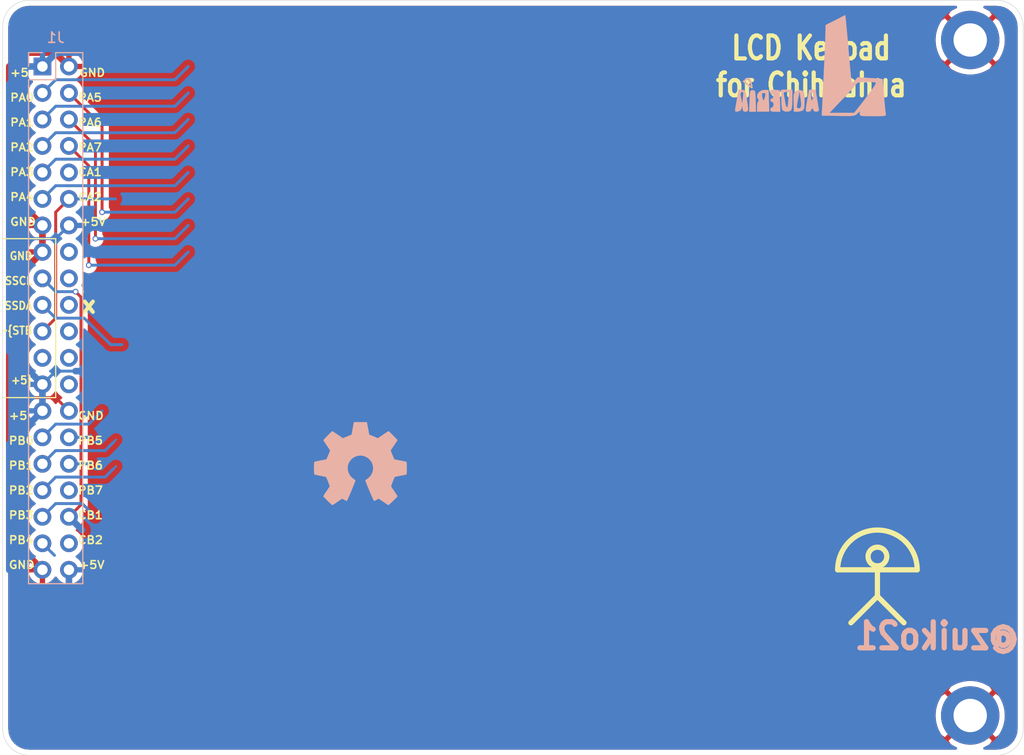
<source format=kicad_pcb>
(kicad_pcb (version 20171130) (host pcbnew "(5.1.2-1)-1")

  (general
    (thickness 1.6)
    (drawings 23)
    (tracks 118)
    (zones 0)
    (modules 5)
    (nets 6)
  )

  (page A4)
  (layers
    (0 F.Cu signal)
    (31 B.Cu signal)
    (32 B.Adhes user)
    (33 F.Adhes user)
    (34 B.Paste user)
    (35 F.Paste user)
    (36 B.SilkS user)
    (37 F.SilkS user)
    (38 B.Mask user)
    (39 F.Mask user)
    (40 Dwgs.User user)
    (41 Cmts.User user)
    (42 Eco1.User user)
    (43 Eco2.User user)
    (44 Edge.Cuts user)
    (45 Margin user)
    (46 B.CrtYd user)
    (47 F.CrtYd user)
    (48 B.Fab user)
    (49 F.Fab user)
  )

  (setup
    (last_trace_width 0.2)
    (user_trace_width 0.2)
    (user_trace_width 0.28)
    (user_trace_width 0.635)
    (trace_clearance 0.15)
    (zone_clearance 0.508)
    (zone_45_only no)
    (trace_min 0.127)
    (via_size 0.55)
    (via_drill 0.35)
    (via_min_size 0.5)
    (via_min_drill 0.3)
    (user_via 0.55 0.35)
    (user_via 0.8 0.5)
    (uvia_size 0.3)
    (uvia_drill 0.1)
    (uvias_allowed no)
    (uvia_min_size 0.2)
    (uvia_min_drill 0.1)
    (edge_width 0.05)
    (segment_width 0.2)
    (pcb_text_width 0.3)
    (pcb_text_size 1.5 1.5)
    (mod_edge_width 0.12)
    (mod_text_size 1 1)
    (mod_text_width 0.15)
    (pad_size 1.524 1.524)
    (pad_drill 0.762)
    (pad_to_mask_clearance 0.051)
    (solder_mask_min_width 0.25)
    (aux_axis_origin 0 0)
    (visible_elements FFFFFF7F)
    (pcbplotparams
      (layerselection 0x010fc_ffffffff)
      (usegerberextensions false)
      (usegerberattributes false)
      (usegerberadvancedattributes false)
      (creategerberjobfile false)
      (excludeedgelayer true)
      (linewidth 0.100000)
      (plotframeref false)
      (viasonmask false)
      (mode 1)
      (useauxorigin false)
      (hpglpennumber 1)
      (hpglpenspeed 20)
      (hpglpendiameter 15.000000)
      (psnegative false)
      (psa4output false)
      (plotreference true)
      (plotvalue true)
      (plotinvisibletext false)
      (padsonsilk false)
      (subtractmaskfromsilk false)
      (outputformat 1)
      (mirror false)
      (drillshape 1)
      (scaleselection 1)
      (outputdirectory ""))
  )

  (net 0 "")
  (net 1 GND)
  (net 2 +5V)
  (net 3 /CB2)
  (net 4 /CB1)
  (net 5 /CA2)

  (net_class Default "Esta es la clase de red por defecto."
    (clearance 0.15)
    (trace_width 0.2)
    (via_dia 0.55)
    (via_drill 0.35)
    (uvia_dia 0.3)
    (uvia_drill 0.1)
    (add_net +5V)
    (add_net /CA2)
    (add_net /CB1)
    (add_net /CB2)
    (add_net GND)
  )

  (net_class LowZ ""
    (clearance 0.2)
    (trace_width 0.635)
    (via_dia 0.8)
    (via_drill 0.5)
    (uvia_dia 0.3)
    (uvia_drill 0.1)
  )

  (net_class Power ""
    (clearance 0.15)
    (trace_width 0.28)
    (via_dia 0.55)
    (via_drill 0.35)
    (uvia_dia 0.3)
    (uvia_drill 0.1)
  )

  (module Connector_PinSocket_2.54mm:PinSocket_2x20_P2.54mm_Vertical (layer B.Cu) (tedit 5A19A433) (tstamp 65AC6F2E)
    (at 22.86 50.8 180)
    (descr "Through hole straight socket strip, 2x20, 2.54mm pitch, double cols (from Kicad 4.0.7), script generated")
    (tags "Through hole socket strip THT 2x20 2.54mm double row")
    (path /652CE392)
    (fp_text reference J1 (at -1.27 2.77) (layer B.SilkS)
      (effects (font (size 1 1) (thickness 0.15)) (justify mirror))
    )
    (fp_text value VIAport (at -1.27 -51.03) (layer B.Fab)
      (effects (font (size 1 1) (thickness 0.15)) (justify mirror))
    )
    (fp_text user %R (at -1.27 -24.13 270) (layer B.Fab)
      (effects (font (size 1 1) (thickness 0.15)) (justify mirror))
    )
    (fp_line (start -4.34 -50) (end -4.34 1.8) (layer B.CrtYd) (width 0.05))
    (fp_line (start 1.76 -50) (end -4.34 -50) (layer B.CrtYd) (width 0.05))
    (fp_line (start 1.76 1.8) (end 1.76 -50) (layer B.CrtYd) (width 0.05))
    (fp_line (start -4.34 1.8) (end 1.76 1.8) (layer B.CrtYd) (width 0.05))
    (fp_line (start 0 1.33) (end 1.33 1.33) (layer B.SilkS) (width 0.12))
    (fp_line (start 1.33 1.33) (end 1.33 0) (layer B.SilkS) (width 0.12))
    (fp_line (start -1.27 1.33) (end -1.27 -1.27) (layer B.SilkS) (width 0.12))
    (fp_line (start -1.27 -1.27) (end 1.33 -1.27) (layer B.SilkS) (width 0.12))
    (fp_line (start 1.33 -1.27) (end 1.33 -49.59) (layer B.SilkS) (width 0.12))
    (fp_line (start -3.87 -49.59) (end 1.33 -49.59) (layer B.SilkS) (width 0.12))
    (fp_line (start -3.87 1.33) (end -3.87 -49.59) (layer B.SilkS) (width 0.12))
    (fp_line (start -3.87 1.33) (end -1.27 1.33) (layer B.SilkS) (width 0.12))
    (fp_line (start -3.81 -49.53) (end -3.81 1.27) (layer B.Fab) (width 0.1))
    (fp_line (start 1.27 -49.53) (end -3.81 -49.53) (layer B.Fab) (width 0.1))
    (fp_line (start 1.27 0.27) (end 1.27 -49.53) (layer B.Fab) (width 0.1))
    (fp_line (start 0.27 1.27) (end 1.27 0.27) (layer B.Fab) (width 0.1))
    (fp_line (start -3.81 1.27) (end 0.27 1.27) (layer B.Fab) (width 0.1))
    (pad 40 thru_hole oval (at -2.54 -48.26 180) (size 1.7 1.7) (drill 1) (layers *.Cu *.Mask)
      (net 2 +5V))
    (pad 39 thru_hole oval (at 0 -48.26 180) (size 1.7 1.7) (drill 1) (layers *.Cu *.Mask)
      (net 1 GND))
    (pad 38 thru_hole oval (at -2.54 -45.72 180) (size 1.7 1.7) (drill 1) (layers *.Cu *.Mask)
      (net 3 /CB2))
    (pad 37 thru_hole oval (at 0 -45.72 180) (size 1.7 1.7) (drill 1) (layers *.Cu *.Mask))
    (pad 36 thru_hole oval (at -2.54 -43.18 180) (size 1.7 1.7) (drill 1) (layers *.Cu *.Mask)
      (net 4 /CB1))
    (pad 35 thru_hole oval (at 0 -43.18 180) (size 1.7 1.7) (drill 1) (layers *.Cu *.Mask))
    (pad 34 thru_hole oval (at -2.54 -40.64 180) (size 1.7 1.7) (drill 1) (layers *.Cu *.Mask))
    (pad 33 thru_hole oval (at 0 -40.64 180) (size 1.7 1.7) (drill 1) (layers *.Cu *.Mask))
    (pad 32 thru_hole oval (at -2.54 -38.1 180) (size 1.7 1.7) (drill 1) (layers *.Cu *.Mask))
    (pad 31 thru_hole oval (at 0 -38.1 180) (size 1.7 1.7) (drill 1) (layers *.Cu *.Mask))
    (pad 30 thru_hole oval (at -2.54 -35.56 180) (size 1.7 1.7) (drill 1) (layers *.Cu *.Mask))
    (pad 29 thru_hole oval (at 0 -35.56 180) (size 1.7 1.7) (drill 1) (layers *.Cu *.Mask))
    (pad 28 thru_hole oval (at -2.54 -33.02 180) (size 1.7 1.7) (drill 1) (layers *.Cu *.Mask)
      (net 1 GND))
    (pad 27 thru_hole oval (at 0 -33.02 180) (size 1.7 1.7) (drill 1) (layers *.Cu *.Mask)
      (net 2 +5V))
    (pad 26 thru_hole oval (at -2.54 -30.48 180) (size 1.7 1.7) (drill 1) (layers *.Cu *.Mask))
    (pad 25 thru_hole oval (at 0 -30.48 180) (size 1.7 1.7) (drill 1) (layers *.Cu *.Mask)
      (net 2 +5V))
    (pad 24 thru_hole oval (at -2.54 -27.94 180) (size 1.7 1.7) (drill 1) (layers *.Cu *.Mask))
    (pad 23 thru_hole oval (at 0 -27.94 180) (size 1.7 1.7) (drill 1) (layers *.Cu *.Mask))
    (pad 22 thru_hole oval (at -2.54 -25.4 180) (size 1.7 1.7) (drill 1) (layers *.Cu *.Mask))
    (pad 21 thru_hole oval (at 0 -25.4 180) (size 1.7 1.7) (drill 1) (layers *.Cu *.Mask)
      (net 5 /CA2))
    (pad 20 thru_hole oval (at -2.54 -22.86 180) (size 1.7 1.7) (drill 1) (layers *.Cu *.Mask))
    (pad 19 thru_hole oval (at 0 -22.86 180) (size 1.7 1.7) (drill 1) (layers *.Cu *.Mask)
      (net 3 /CB2))
    (pad 18 thru_hole oval (at -2.54 -20.32 180) (size 1.7 1.7) (drill 1) (layers *.Cu *.Mask))
    (pad 17 thru_hole oval (at 0 -20.32 180) (size 1.7 1.7) (drill 1) (layers *.Cu *.Mask)
      (net 4 /CB1))
    (pad 16 thru_hole oval (at -2.54 -17.78 180) (size 1.7 1.7) (drill 1) (layers *.Cu *.Mask))
    (pad 15 thru_hole oval (at 0 -17.78 180) (size 1.7 1.7) (drill 1) (layers *.Cu *.Mask)
      (net 1 GND))
    (pad 14 thru_hole oval (at -2.54 -15.24 180) (size 1.7 1.7) (drill 1) (layers *.Cu *.Mask)
      (net 2 +5V))
    (pad 13 thru_hole oval (at 0 -15.24 180) (size 1.7 1.7) (drill 1) (layers *.Cu *.Mask)
      (net 1 GND))
    (pad 12 thru_hole oval (at -2.54 -12.7 180) (size 1.7 1.7) (drill 1) (layers *.Cu *.Mask)
      (net 5 /CA2))
    (pad 11 thru_hole oval (at 0 -12.7 180) (size 1.7 1.7) (drill 1) (layers *.Cu *.Mask))
    (pad 10 thru_hole oval (at -2.54 -10.16 180) (size 1.7 1.7) (drill 1) (layers *.Cu *.Mask))
    (pad 9 thru_hole oval (at 0 -10.16 180) (size 1.7 1.7) (drill 1) (layers *.Cu *.Mask))
    (pad 8 thru_hole oval (at -2.54 -7.62 180) (size 1.7 1.7) (drill 1) (layers *.Cu *.Mask))
    (pad 7 thru_hole oval (at 0 -7.62 180) (size 1.7 1.7) (drill 1) (layers *.Cu *.Mask))
    (pad 6 thru_hole oval (at -2.54 -5.08 180) (size 1.7 1.7) (drill 1) (layers *.Cu *.Mask))
    (pad 5 thru_hole oval (at 0 -5.08 180) (size 1.7 1.7) (drill 1) (layers *.Cu *.Mask))
    (pad 4 thru_hole oval (at -2.54 -2.54 180) (size 1.7 1.7) (drill 1) (layers *.Cu *.Mask))
    (pad 3 thru_hole oval (at 0 -2.54 180) (size 1.7 1.7) (drill 1) (layers *.Cu *.Mask))
    (pad 2 thru_hole oval (at -2.54 0 180) (size 1.7 1.7) (drill 1) (layers *.Cu *.Mask)
      (net 1 GND))
    (pad 1 thru_hole rect (at 0 0 180) (size 1.7 1.7) (drill 1) (layers *.Cu *.Mask)
      (net 2 +5V))
    (model ${KISYS3DMOD}/Connector_PinSocket_2.54mm.3dshapes/PinSocket_2x20_P2.54mm_Vertical.wrl
      (at (xyz 0 0 0))
      (scale (xyz 1 1 1))
      (rotate (xyz 0 0 0))
    )
  )

  (module MountingHole:MountingHole_3.2mm_M3_DIN965_Pad (layer F.Cu) (tedit 56D1B4CB) (tstamp 65AC9B8B)
    (at 111.76 113.03)
    (descr "Mounting Hole 3.2mm, M3, DIN965")
    (tags "mounting hole 3.2mm m3 din965")
    (path /65AE7CE7)
    (attr virtual)
    (fp_text reference H2 (at 0 -3.8) (layer F.SilkS) hide
      (effects (font (size 1 1) (thickness 0.15)))
    )
    (fp_text value MountingHole_Pad (at 0 3.8) (layer F.Fab) hide
      (effects (font (size 1 1) (thickness 0.15)))
    )
    (fp_circle (center 0 0) (end 3.05 0) (layer F.CrtYd) (width 0.05))
    (fp_circle (center 0 0) (end 2.8 0) (layer Cmts.User) (width 0.15))
    (fp_text user %R (at 0.3 0) (layer F.Fab) hide
      (effects (font (size 1 1) (thickness 0.15)))
    )
    (pad 1 thru_hole circle (at 0 0) (size 5.6 5.6) (drill 3.2) (layers *.Cu *.Mask)
      (net 1 GND))
  )

  (module MountingHole:MountingHole_3.2mm_M3_DIN965_Pad (layer F.Cu) (tedit 56D1B4CB) (tstamp 65AC9B83)
    (at 111.76 48.26)
    (descr "Mounting Hole 3.2mm, M3, DIN965")
    (tags "mounting hole 3.2mm m3 din965")
    (path /65AE728F)
    (attr virtual)
    (fp_text reference H1 (at 0 -3.8) (layer F.SilkS) hide
      (effects (font (size 1 1) (thickness 0.15)))
    )
    (fp_text value MountingHole_Pad (at 0 3.8) (layer F.Fab) hide
      (effects (font (size 1 1) (thickness 0.15)))
    )
    (fp_circle (center 0 0) (end 3.05 0) (layer F.CrtYd) (width 0.05))
    (fp_circle (center 0 0) (end 2.8 0) (layer Cmts.User) (width 0.15))
    (fp_text user %R (at 0.3 0) (layer F.Fab) hide
      (effects (font (size 1 1) (thickness 0.15)))
    )
    (pad 1 thru_hole circle (at 0 0) (size 5.6 5.6) (drill 3.2) (layers *.Cu *.Mask)
      (net 1 GND))
  )

  (module durango:jaqueria (layer B.Cu) (tedit 0) (tstamp 6529906C)
    (at 96.52 50.8 180)
    (path /65301B9B)
    (fp_text reference LOGO2 (at 0 0) (layer B.SilkS) hide
      (effects (font (size 1.524 1.524) (thickness 0.3)) (justify mirror))
    )
    (fp_text value Logo_Open_Hardware_Small (at 0.75 0) (layer B.SilkS) hide
      (effects (font (size 1.524 1.524) (thickness 0.3)) (justify mirror))
    )
    (fp_poly (pts (xy 6.157678 -1.120285) (xy 6.346371 -1.24578) (xy 6.577859 -1.433228) (xy 6.152635 -1.774947)
      (xy 5.86141 -2.000114) (xy 5.695687 -2.098052) (xy 5.622733 -2.082115) (xy 5.609166 -1.996653)
      (xy 5.622353 -1.906806) (xy 5.732704 -1.906806) (xy 6.042596 -1.686143) (xy 6.230724 -1.517567)
      (xy 6.297606 -1.384584) (xy 6.292081 -1.36774) (xy 6.148432 -1.269557) (xy 5.98683 -1.355581)
      (xy 5.852888 -1.588403) (xy 5.732704 -1.906806) (xy 5.622353 -1.906806) (xy 5.645627 -1.748238)
      (xy 5.735316 -1.461532) (xy 5.848694 -1.210361) (xy 5.956218 -1.068555) (xy 5.98461 -1.058333)
      (xy 6.157678 -1.120285)) (layer B.SilkS) (width 0.01))
    (fp_poly (pts (xy 7.082901 -2.931055) (xy 7.155609 -3.359023) (xy 7.223639 -3.755365) (xy 7.266867 -4.003525)
      (xy 7.295525 -4.239873) (xy 7.235902 -4.327085) (xy 7.044783 -4.322837) (xy 7.028982 -4.321025)
      (xy 6.77001 -4.223492) (xy 6.655776 -4.021666) (xy 6.582765 -3.757083) (xy 6.572216 -4.048125)
      (xy 6.527233 -4.263648) (xy 6.374916 -4.335971) (xy 6.297083 -4.339166) (xy 6.095598 -4.295236)
      (xy 6.038864 -4.12982) (xy 6.039142 -4.101041) (xy 6.058616 -3.88191) (xy 6.103714 -3.527084)
      (xy 6.165069 -3.109621) (xy 6.171433 -3.069166) (xy 6.235679 -2.685656) (xy 6.503194 -2.685656)
      (xy 6.537094 -3.01625) (xy 6.599126 -3.545416) (xy 6.715043 -3.01625) (xy 6.774715 -2.692565)
      (xy 6.769646 -2.521621) (xy 6.69747 -2.453888) (xy 6.68803 -2.451269) (xy 6.565436 -2.43595)
      (xy 6.507777 -2.49928) (xy 6.503194 -2.685656) (xy 6.235679 -2.685656) (xy 6.238839 -2.666796)
      (xy 6.299825 -2.42802) (xy 6.379703 -2.307158) (xy 6.503788 -2.25853) (xy 6.629163 -2.243138)
      (xy 6.961244 -2.21086) (xy 7.082901 -2.931055)) (layer B.SilkS) (width 0.01))
    (fp_poly (pts (xy 5.730677 -2.282963) (xy 5.809171 -2.331678) (xy 5.855823 -2.460671) (xy 5.881812 -2.709053)
      (xy 5.898313 -3.115934) (xy 5.90404 -3.307291) (xy 5.934331 -4.339166) (xy 5.284001 -4.339166)
      (xy 5.314292 -3.307291) (xy 5.330113 -2.834263) (xy 5.351427 -2.533715) (xy 5.389409 -2.366537)
      (xy 5.455237 -2.293617) (xy 5.560088 -2.275845) (xy 5.609166 -2.275416) (xy 5.730677 -2.282963)) (layer B.SilkS) (width 0.01))
    (fp_poly (pts (xy 4.706056 -2.275684) (xy 4.977181 -2.429451) (xy 5.150459 -2.656933) (xy 5.190506 -2.912499)
      (xy 5.070778 -3.141888) (xy 5.012959 -3.269637) (xy 5.070778 -3.32805) (xy 5.141245 -3.469127)
      (xy 5.181891 -3.739333) (xy 5.185833 -3.861603) (xy 5.185833 -4.324047) (xy 4.014184 -4.324047)
      (xy 4.044383 -3.299732) (xy 4.061608 -2.715468) (xy 4.381263 -2.715468) (xy 4.404699 -2.831041)
      (xy 4.492791 -3.149287) (xy 4.562753 -3.260108) (xy 4.6262 -3.165645) (xy 4.691735 -2.883958)
      (xy 4.718257 -2.647593) (xy 4.656292 -2.553398) (xy 4.546171 -2.54) (xy 4.401836 -2.573807)
      (xy 4.381263 -2.715468) (xy 4.061608 -2.715468) (xy 4.074583 -2.275416) (xy 4.372465 -2.241268)
      (xy 4.706056 -2.275684)) (layer B.SilkS) (width 0.01))
    (fp_poly (pts (xy 3.881484 -2.282478) (xy 3.915595 -2.407834) (xy 3.915833 -2.428081) (xy 3.851076 -2.605228)
      (xy 3.757083 -2.645833) (xy 3.627798 -2.734066) (xy 3.598333 -2.8575) (xy 3.664507 -3.02988)
      (xy 3.757083 -3.069166) (xy 3.897393 -3.153882) (xy 3.915833 -3.227916) (xy 3.831117 -3.368227)
      (xy 3.757083 -3.386666) (xy 3.629404 -3.478667) (xy 3.598333 -3.65125) (xy 3.653534 -3.864048)
      (xy 3.757083 -3.915833) (xy 3.886368 -4.004066) (xy 3.915833 -4.1275) (xy 3.884941 -4.259362)
      (xy 3.756443 -4.321983) (xy 3.476608 -4.339052) (xy 3.43575 -4.339166) (xy 2.955668 -4.339166)
      (xy 3.01625 -2.275416) (xy 3.466041 -2.242873) (xy 3.750336 -2.235192) (xy 3.881484 -2.282478)) (layer B.SilkS) (width 0.01))
    (fp_poly (pts (xy 2.8575 -3.153833) (xy 2.842254 -3.669679) (xy 2.798797 -4.031938) (xy 2.730547 -4.212119)
      (xy 2.7305 -4.212166) (xy 2.501285 -4.318316) (xy 2.203022 -4.326408) (xy 1.954244 -4.236442)
      (xy 1.926166 -4.212166) (xy 1.857902 -4.032103) (xy 1.81443 -3.669944) (xy 1.799166 -3.154182)
      (xy 1.799166 -2.703513) (xy 2.127117 -2.703513) (xy 2.155198 -2.925187) (xy 2.196676 -3.28124)
      (xy 2.220366 -3.58814) (xy 2.2225 -3.666021) (xy 2.25305 -3.874929) (xy 2.325156 -3.901757)
      (xy 2.409499 -3.763875) (xy 2.470742 -3.518958) (xy 2.534762 -3.144197) (xy 2.601459 -2.787491)
      (xy 2.603331 -2.778125) (xy 2.634727 -2.544063) (xy 2.570636 -2.450727) (xy 2.380093 -2.434166)
      (xy 2.204685 -2.4455) (xy 2.128875 -2.516688) (xy 2.127117 -2.703513) (xy 1.799166 -2.703513)
      (xy 1.799166 -2.2225) (xy 2.8575 -2.2225) (xy 2.8575 -3.153833)) (layer B.SilkS) (width 0.01))
    (fp_poly (pts (xy 1.363662 -2.330981) (xy 1.431416 -2.373264) (xy 1.565582 -2.472816) (xy 1.645355 -2.588887)
      (xy 1.682526 -2.772516) (xy 1.688887 -3.07474) (xy 1.679392 -3.44661) (xy 1.651447 -4.339166)
      (xy 1.328432 -4.335948) (xy 1.031239 -4.298704) (xy 0.820208 -4.224856) (xy 0.724273 -4.131351)
      (xy 0.667447 -3.958065) (xy 0.647933 -3.739403) (xy 0.959854 -3.739403) (xy 1.009251 -3.941016)
      (xy 1.123608 -4.018549) (xy 1.164166 -4.021666) (xy 1.336014 -3.97) (xy 1.375833 -3.898044)
      (xy 1.357838 -3.736072) (xy 1.310795 -3.433412) (xy 1.248865 -3.077835) (xy 1.121897 -2.38125)
      (xy 1.045043 -2.8575) (xy 0.972692 -3.3871) (xy 0.959854 -3.739403) (xy 0.647933 -3.739403)
      (xy 0.640739 -3.658799) (xy 0.635 -3.273305) (xy 0.639467 -2.849806) (xy 0.661837 -2.588195)
      (xy 0.715559 -2.438738) (xy 0.814085 -2.351703) (xy 0.895247 -2.311051) (xy 1.132785 -2.249932)
      (xy 1.363662 -2.330981)) (layer B.SilkS) (width 0.01))
    (fp_poly (pts (xy 0.117365 -2.230182) (xy 0.211793 -2.248686) (xy 0.211811 -2.248958) (xy 0.228945 -2.357769)
      (xy 0.274571 -2.625633) (xy 0.340234 -3.003186) (xy 0.370416 -3.175) (xy 0.457773 -3.680108)
      (xy 0.505109 -4.012773) (xy 0.509151 -4.209008) (xy 0.466624 -4.30482) (xy 0.374255 -4.336222)
      (xy 0.264583 -4.339166) (xy 0.051785 -4.283965) (xy 0 -4.180416) (xy -0.057147 -4.039576)
      (xy -0.105834 -4.021666) (xy -0.199727 -4.107387) (xy -0.211667 -4.180416) (xy -0.303668 -4.308095)
      (xy -0.47625 -4.339166) (xy -0.674926 -4.293977) (xy -0.740689 -4.206875) (xy -0.723126 -4.047297)
      (xy -0.676439 -3.736656) (xy -0.609415 -3.332131) (xy -0.582084 -3.175) (xy -0.510741 -2.767224)
      (xy -0.50645 -2.742284) (xy -0.210866 -2.742284) (xy -0.179157 -3.012761) (xy -0.147428 -3.113427)
      (xy -0.080206 -3.253546) (xy -0.035073 -3.230844) (xy 0.00067 -3.025692) (xy 0.018138 -2.8575)
      (xy 0.020618 -2.557346) (xy -0.050511 -2.438043) (xy -0.076579 -2.434166) (xy -0.174016 -2.523937)
      (xy -0.210866 -2.742284) (xy -0.50645 -2.742284) (xy -0.456031 -2.449262) (xy -0.426409 -2.270478)
      (xy -0.423479 -2.248958) (xy -0.331184 -2.230361) (xy -0.109092 -2.222501) (xy -0.105834 -2.2225)
      (xy 0.117365 -2.230182)) (layer B.SilkS) (width 0.01))
    (fp_poly (pts (xy -2.321967 4.450681) (xy -1.377247 3.96875) (xy -1.375644 3.439584) (xy -1.370273 3.201699)
      (xy -1.355846 2.78356) (xy -1.333645 2.216328) (xy -1.304949 1.531163) (xy -1.271041 0.759224)
      (xy -1.233201 -0.068327) (xy -1.219025 -0.370416) (xy -1.179356 -1.210275) (xy -1.141814 -2.005609)
      (xy -1.107869 -2.725252) (xy -1.078989 -3.338043) (xy -1.056644 -3.812816) (xy -1.042304 -4.118407)
      (xy -1.039411 -4.180416) (xy -1.014812 -4.709583) (xy -2.587681 -4.738965) (xy -3.198563 -4.7487)
      (xy -3.63485 -4.748602) (xy -3.93354 -4.734532) (xy -4.131628 -4.702354) (xy -4.266111 -4.647928)
      (xy -4.373983 -4.567119) (xy -4.408609 -4.535308) (xy -4.656667 -4.30227) (xy -4.656667 -4.532385)
      (xy -4.665762 -4.629316) (xy -4.716512 -4.694325) (xy -4.844119 -4.733778) (xy -5.083784 -4.754044)
      (xy -5.470707 -4.761492) (xy -5.928684 -4.7625) (xy -6.463921 -4.761267) (xy -6.821322 -4.753173)
      (xy -7.034716 -4.731622) (xy -7.137931 -4.690017) (xy -7.164799 -4.621763) (xy -7.150023 -4.524375)
      (xy -7.123687 -4.336101) (xy -7.086016 -3.981865) (xy -7.041396 -3.506785) (xy -6.994211 -2.955981)
      (xy -6.977744 -2.751666) (xy -6.93379 -2.20812) (xy -6.894809 -1.746843) (xy -6.876894 -1.547601)
      (xy -6.244167 -1.547601) (xy -6.18373 -1.670447) (xy -6.019404 -1.925084) (xy -5.77667 -2.275773)
      (xy -5.481008 -2.686773) (xy -5.157896 -3.122344) (xy -4.832816 -3.546747) (xy -4.687845 -3.730625)
      (xy -4.118377 -4.445) (xy -1.762271 -4.445) (xy -1.989552 -4.206875) (xy -2.153118 -4.035632)
      (xy -2.423432 -3.752766) (xy -2.760961 -3.39964) (xy -3.07689 -3.069166) (xy -3.447581 -2.675844)
      (xy -3.789984 -2.302547) (xy -4.0619 -1.995852) (xy -4.203534 -1.825625) (xy -4.342046 -1.657871)
      (xy -4.474736 -1.55606) (xy -4.656819 -1.503732) (xy -4.943508 -1.484422) (xy -5.357145 -1.481666)
      (xy -5.760551 -1.488926) (xy -6.067994 -1.50828) (xy -6.230542 -1.536091) (xy -6.244167 -1.547601)
      (xy -6.876894 -1.547601) (xy -6.86411 -1.405427) (xy -6.845001 -1.221462) (xy -6.841196 -1.200153)
      (xy -6.736366 -1.187132) (xy -6.4632 -1.164646) (xy -6.064644 -1.135989) (xy -5.641452 -1.108102)
      (xy -4.456654 -1.032982) (xy -4.194002 -1.336699) (xy -4.012784 -1.520018) (xy -3.913349 -1.5409)
      (xy -3.879086 -1.481666) (xy -3.856154 -1.335941) (xy -3.81919 -1.009735) (xy -3.771176 -0.533548)
      (xy -3.715099 0.062117) (xy -3.653943 0.746762) (xy -3.604637 1.322917) (xy -3.5405 2.078456)
      (xy -3.478831 2.789723) (xy -3.422805 3.421258) (xy -3.375599 3.937598) (xy -3.340387 4.303284)
      (xy -3.32457 4.450681) (xy -3.266687 4.932611) (xy -2.321967 4.450681)) (layer B.SilkS) (width 0.01))
  )

  (module Symbol:OSHW-Symbol_8.9x8mm_SilkScreen (layer B.Cu) (tedit 0) (tstamp 652994A9)
    (at 53.34 88.9 180)
    (descr "Open Source Hardware Symbol")
    (tags "Logo Symbol OSHW")
    (path /65300219)
    (attr virtual)
    (fp_text reference LOGO1 (at 0 0) (layer B.SilkS) hide
      (effects (font (size 1 1) (thickness 0.15)) (justify mirror))
    )
    (fp_text value Logo_Open_Hardware_Large (at 0.75 0) (layer B.Fab) hide
      (effects (font (size 1 1) (thickness 0.15)) (justify mirror))
    )
    (fp_poly (pts (xy 0.746536 3.399573) (xy 0.859118 2.802382) (xy 1.274531 2.631135) (xy 1.689945 2.459888)
      (xy 2.188302 2.798767) (xy 2.327869 2.893123) (xy 2.454029 2.97737) (xy 2.560896 3.047662)
      (xy 2.642583 3.100153) (xy 2.693202 3.130996) (xy 2.706987 3.137647) (xy 2.731821 3.120542)
      (xy 2.784889 3.073256) (xy 2.860241 3.001828) (xy 2.95193 2.9123) (xy 3.054008 2.810711)
      (xy 3.160527 2.703102) (xy 3.265537 2.595513) (xy 3.363092 2.493985) (xy 3.447243 2.404559)
      (xy 3.512041 2.333274) (xy 3.551538 2.286172) (xy 3.560981 2.270408) (xy 3.547392 2.241347)
      (xy 3.509294 2.177679) (xy 3.450694 2.085633) (xy 3.375598 1.971436) (xy 3.288009 1.841316)
      (xy 3.237255 1.767099) (xy 3.144746 1.631578) (xy 3.062541 1.509284) (xy 2.994631 1.406305)
      (xy 2.945001 1.328727) (xy 2.917641 1.282639) (xy 2.91353 1.272953) (xy 2.92285 1.245426)
      (xy 2.948255 1.181272) (xy 2.985912 1.08951) (xy 3.031987 0.979161) (xy 3.082647 0.859245)
      (xy 3.13406 0.738781) (xy 3.18239 0.626791) (xy 3.223807 0.532293) (xy 3.254475 0.464308)
      (xy 3.270562 0.431857) (xy 3.271512 0.43058) (xy 3.296773 0.424383) (xy 3.364046 0.41056)
      (xy 3.466361 0.390468) (xy 3.596742 0.365466) (xy 3.748217 0.336914) (xy 3.836594 0.320449)
      (xy 3.998453 0.289631) (xy 4.14465 0.260306) (xy 4.267788 0.234079) (xy 4.36047 0.212554)
      (xy 4.415302 0.197335) (xy 4.426324 0.192507) (xy 4.437119 0.159826) (xy 4.44583 0.086015)
      (xy 4.452461 -0.020292) (xy 4.457019 -0.150467) (xy 4.45951 -0.295876) (xy 4.459939 -0.44789)
      (xy 4.458312 -0.597877) (xy 4.454636 -0.737206) (xy 4.448916 -0.857245) (xy 4.441158 -0.949365)
      (xy 4.431369 -1.004932) (xy 4.425497 -1.0165) (xy 4.3904 -1.030365) (xy 4.316029 -1.050188)
      (xy 4.212224 -1.073639) (xy 4.08882 -1.098391) (xy 4.045742 -1.106398) (xy 3.838048 -1.144441)
      (xy 3.673985 -1.175079) (xy 3.548131 -1.199529) (xy 3.455066 -1.219009) (xy 3.389368 -1.234736)
      (xy 3.345618 -1.247928) (xy 3.318393 -1.259804) (xy 3.302273 -1.27158) (xy 3.300018 -1.273908)
      (xy 3.277504 -1.3114) (xy 3.243159 -1.384365) (xy 3.200412 -1.483867) (xy 3.152693 -1.600973)
      (xy 3.103431 -1.726748) (xy 3.056056 -1.852257) (xy 3.013996 -1.968565) (xy 2.980681 -2.066739)
      (xy 2.959542 -2.137843) (xy 2.954006 -2.172942) (xy 2.954467 -2.174172) (xy 2.973224 -2.202861)
      (xy 3.015777 -2.265985) (xy 3.077654 -2.356973) (xy 3.154383 -2.469255) (xy 3.241492 -2.59626)
      (xy 3.266299 -2.632353) (xy 3.354753 -2.763203) (xy 3.432589 -2.882591) (xy 3.495567 -2.983662)
      (xy 3.539446 -3.059559) (xy 3.559986 -3.103427) (xy 3.560981 -3.108817) (xy 3.543723 -3.137144)
      (xy 3.496036 -3.193261) (xy 3.424051 -3.271137) (xy 3.333898 -3.36474) (xy 3.231706 -3.468041)
      (xy 3.123606 -3.575006) (xy 3.015729 -3.679606) (xy 2.914205 -3.775809) (xy 2.825163 -3.857584)
      (xy 2.754734 -3.9189) (xy 2.709048 -3.953726) (xy 2.69641 -3.959412) (xy 2.666992 -3.94602)
      (xy 2.606762 -3.909899) (xy 2.52553 -3.857136) (xy 2.463031 -3.814667) (xy 2.349786 -3.73674)
      (xy 2.215675 -3.644984) (xy 2.081156 -3.553375) (xy 2.008834 -3.504346) (xy 1.764039 -3.33877)
      (xy 1.558551 -3.449875) (xy 1.464937 -3.498548) (xy 1.385331 -3.536381) (xy 1.331468 -3.557958)
      (xy 1.317758 -3.560961) (xy 1.301271 -3.538793) (xy 1.268746 -3.476149) (xy 1.222609 -3.378809)
      (xy 1.165291 -3.252549) (xy 1.099217 -3.10315) (xy 1.026816 -2.936388) (xy 0.950517 -2.758042)
      (xy 0.872747 -2.573891) (xy 0.795935 -2.389712) (xy 0.722507 -2.211285) (xy 0.654893 -2.044387)
      (xy 0.595521 -1.894797) (xy 0.546817 -1.768293) (xy 0.511211 -1.670654) (xy 0.491131 -1.607657)
      (xy 0.487901 -1.586021) (xy 0.513497 -1.558424) (xy 0.569539 -1.513625) (xy 0.644312 -1.460934)
      (xy 0.650588 -1.456765) (xy 0.843846 -1.302069) (xy 0.999675 -1.121591) (xy 1.116725 -0.921102)
      (xy 1.193646 -0.706374) (xy 1.229087 -0.483177) (xy 1.221698 -0.257281) (xy 1.170128 -0.034459)
      (xy 1.073027 0.179521) (xy 1.044459 0.226336) (xy 0.895869 0.415382) (xy 0.720328 0.567188)
      (xy 0.523911 0.680966) (xy 0.312694 0.755925) (xy 0.092754 0.791278) (xy -0.129836 0.786233)
      (xy -0.348998 0.740001) (xy -0.558657 0.651794) (xy -0.752738 0.520821) (xy -0.812773 0.467663)
      (xy -0.965564 0.301261) (xy -1.076902 0.126088) (xy -1.153276 -0.070266) (xy -1.195812 -0.264717)
      (xy -1.206313 -0.483342) (xy -1.171299 -0.703052) (xy -1.094326 -0.91642) (xy -0.978952 -1.116022)
      (xy -0.828734 -1.294429) (xy -0.647226 -1.444217) (xy -0.623372 -1.460006) (xy -0.547798 -1.511712)
      (xy -0.490348 -1.556512) (xy -0.462882 -1.585117) (xy -0.462482 -1.586021) (xy -0.468379 -1.616964)
      (xy -0.491754 -1.687191) (xy -0.530178 -1.790925) (xy -0.581222 -1.92239) (xy -0.642457 -2.075807)
      (xy -0.711455 -2.245401) (xy -0.785786 -2.425393) (xy -0.863021 -2.610008) (xy -0.940731 -2.793468)
      (xy -1.016488 -2.969996) (xy -1.087862 -3.133814) (xy -1.152425 -3.279147) (xy -1.207747 -3.400217)
      (xy -1.251399 -3.491247) (xy -1.280953 -3.54646) (xy -1.292855 -3.560961) (xy -1.329222 -3.549669)
      (xy -1.397269 -3.519385) (xy -1.485263 -3.47552) (xy -1.533649 -3.449875) (xy -1.739136 -3.33877)
      (xy -1.983931 -3.504346) (xy -2.108893 -3.58917) (xy -2.245704 -3.682516) (xy -2.373911 -3.770408)
      (xy -2.438128 -3.814667) (xy -2.528448 -3.875318) (xy -2.604928 -3.923381) (xy -2.657592 -3.95277)
      (xy -2.674697 -3.958982) (xy -2.699594 -3.942223) (xy -2.754694 -3.895436) (xy -2.834656 -3.82348)
      (xy -2.934139 -3.731212) (xy -3.047799 -3.62349) (xy -3.119684 -3.554326) (xy -3.245448 -3.430757)
      (xy -3.354136 -3.320234) (xy -3.441354 -3.227485) (xy -3.50271 -3.157237) (xy -3.533808 -3.11422)
      (xy -3.536791 -3.10549) (xy -3.522946 -3.072284) (xy -3.484687 -3.005142) (xy -3.426258 -2.910863)
      (xy -3.351902 -2.796245) (xy -3.265864 -2.668083) (xy -3.241397 -2.632353) (xy -3.152245 -2.502489)
      (xy -3.072261 -2.385569) (xy -3.005919 -2.288162) (xy -2.957688 -2.216839) (xy -2.932042 -2.17817)
      (xy -2.929564 -2.174172) (xy -2.93327 -2.143355) (xy -2.952938 -2.075599) (xy -2.985139 -1.979839)
      (xy -3.026444 -1.865009) (xy -3.073424 -1.740044) (xy -3.12265 -1.613879) (xy -3.170691 -1.495448)
      (xy -3.214118 -1.393685) (xy -3.249503 -1.317526) (xy -3.273415 -1.275904) (xy -3.275115 -1.273908)
      (xy -3.289737 -1.262013) (xy -3.314434 -1.25025) (xy -3.354627 -1.237401) (xy -3.415736 -1.222249)
      (xy -3.503182 -1.203576) (xy -3.622387 -1.180165) (xy -3.778772 -1.150797) (xy -3.977756 -1.114255)
      (xy -4.020839 -1.106398) (xy -4.148529 -1.081727) (xy -4.259846 -1.057593) (xy -4.344954 -1.036324)
      (xy -4.394016 -1.020248) (xy -4.400594 -1.0165) (xy -4.411435 -0.983273) (xy -4.420246 -0.909021)
      (xy -4.427023 -0.802376) (xy -4.431759 -0.671967) (xy -4.434449 -0.526427) (xy -4.435086 -0.374386)
      (xy -4.433665 -0.224476) (xy -4.430179 -0.085328) (xy -4.424623 0.034428) (xy -4.416991 0.126159)
      (xy -4.407277 0.181234) (xy -4.401421 0.192507) (xy -4.368819 0.203877) (xy -4.294581 0.222376)
      (xy -4.186103 0.246398) (xy -4.050782 0.274338) (xy -3.896014 0.304592) (xy -3.811692 0.320449)
      (xy -3.651703 0.350356) (xy -3.509032 0.37745) (xy -3.390651 0.400369) (xy -3.303534 0.417757)
      (xy -3.254654 0.428253) (xy -3.246609 0.43058) (xy -3.233012 0.456814) (xy -3.20427 0.520005)
      (xy -3.164214 0.611123) (xy -3.116675 0.721143) (xy -3.065484 0.841035) (xy -3.014473 0.961773)
      (xy -2.967473 1.074329) (xy -2.928315 1.169674) (xy -2.90083 1.238783) (xy -2.88885 1.272626)
      (xy -2.888627 1.274105) (xy -2.902208 1.300803) (xy -2.940284 1.36224) (xy -2.998852 1.452311)
      (xy -3.073911 1.56491) (xy -3.161459 1.69393) (xy -3.212352 1.768039) (xy -3.30509 1.903923)
      (xy -3.387458 2.027291) (xy -3.455438 2.131903) (xy -3.505011 2.211517) (xy -3.532157 2.259893)
      (xy -3.536078 2.270738) (xy -3.519224 2.29598) (xy -3.472631 2.349876) (xy -3.402251 2.426387)
      (xy -3.314034 2.519477) (xy -3.213934 2.623105) (xy -3.107901 2.731236) (xy -3.001888 2.83783)
      (xy -2.901847 2.93685) (xy -2.813729 3.022258) (xy -2.743486 3.088015) (xy -2.697071 3.128084)
      (xy -2.681543 3.137647) (xy -2.65626 3.1242) (xy -2.595788 3.086425) (xy -2.506007 3.028165)
      (xy -2.392796 2.953266) (xy -2.262036 2.865575) (xy -2.1634 2.798767) (xy -1.665042 2.459888)
      (xy -1.249629 2.631135) (xy -0.834215 2.802382) (xy -0.721633 3.399573) (xy -0.60905 3.996765)
      (xy 0.633953 3.996765) (xy 0.746536 3.399573)) (layer B.SilkS) (width 0.01))
  )

  (gr_text x (at 27.305 73.66) (layer F.SilkS) (tstamp 65AC6DBF)
    (effects (font (size 1.5 1.5) (thickness 0.375)))
  )
  (gr_line (start 24.13 82.55) (end 19.05 82.55) (layer F.SilkS) (width 0.12) (tstamp 65AC6DBC))
  (gr_line (start 24.13 67.31) (end 24.13 82.55) (layer F.SilkS) (width 0.12) (tstamp 65AC6DB9))
  (gr_line (start 19.05 67.31) (end 24.13 67.31) (layer F.SilkS) (width 0.12) (tstamp 65AC6DB6))
  (gr_text "GND\n\nSSCL\n\nSSDA\n\n~STB\n\n\n\n+5" (at 21.971 74.93) (layer F.SilkS) (tstamp 65AC6DB3)
    (effects (font (size 0.74 0.7) (thickness 0.15)) (justify right))
  )
  (gr_text "+5        GND\n\nPB0       PB5\n\nPB1       PB6\n\nPB2       PB7\n\nPB3       CB1\n\nPB4       CB2\n\nGND       +5V" (at 19.558 91.44) (layer F.SilkS) (tstamp 65AC6DAD)
    (effects (font (size 0.74 0.8) (thickness 0.15)) (justify left))
  )
  (gr_text "+5        GND\n\nPA0       PA5\n\nPA1       PA6\n\nPA2       PA7\n\nPA3       CA1\n\nPA4       CA2\n\nGND       +5V" (at 19.685 58.547) (layer F.SilkS) (tstamp 65AC6DAA)
    (effects (font (size 0.74 0.8) (thickness 0.15)) (justify left))
  )
  (gr_line (start 102.87 101.6) (end 105.41 104.14) (layer F.SilkS) (width 0.5) (tstamp 65AC6D9B))
  (gr_line (start 102.87 101.6) (end 100.33 104.14) (layer F.SilkS) (width 0.5) (tstamp 65AC6D98))
  (gr_line (start 102.87 98.688026) (end 102.87 101.6) (layer F.SilkS) (width 0.5) (tstamp 65AC829E))
  (gr_line (start 99.06 99.06) (end 106.68 99.06) (layer F.SilkS) (width 0.5) (tstamp 65AC829B))
  (gr_circle (center 102.87 97.79) (end 103.768026 97.79) (layer F.SilkS) (width 0.5) (tstamp 65AC8298))
  (gr_arc (start 102.87 99.06) (end 106.68 99.06) (angle -180) (layer F.SilkS) (width 0.5) (tstamp 65AC8295))
  (gr_text @zuiko21 (at 108.585 105.41) (layer B.SilkS) (tstamp 65AC828F)
    (effects (font (size 2.5 2.2) (thickness 0.5)) (justify mirror))
  )
  (gr_text "LCD Keypad\nfor Chihuahua" (at 96.52 50.8) (layer F.SilkS) (tstamp 65ACDDBC)
    (effects (font (size 2.2 1.7) (thickness 0.4)))
  )
  (gr_arc (start 21.59 46.99) (end 21.59 44.45) (angle -90) (layer Edge.Cuts) (width 0.05) (tstamp 65AC8286))
  (gr_arc (start 114.3 46.99) (end 116.84 46.99) (angle -90) (layer Edge.Cuts) (width 0.05) (tstamp 65AC8283))
  (gr_arc (start 114.3 114.3) (end 114.3 116.84) (angle -90) (layer Edge.Cuts) (width 0.05) (tstamp 65AC8280))
  (gr_arc (start 21.59 114.3) (end 19.05 114.3) (angle -90) (layer Edge.Cuts) (width 0.05) (tstamp 65AC827D))
  (gr_line (start 19.05 114.3) (end 19.05 46.99) (layer Edge.Cuts) (width 0.05) (tstamp 65AC827A))
  (gr_line (start 114.3 116.84) (end 21.59 116.84) (layer Edge.Cuts) (width 0.05) (tstamp 65AC8277))
  (gr_line (start 116.84 46.99) (end 116.84 114.3) (layer Edge.Cuts) (width 0.05) (tstamp 65AC8274))
  (gr_line (start 21.59 44.45) (end 114.3 44.45) (layer Edge.Cuts) (width 0.05) (tstamp 65AC8271))

  (segment (start 22.86 66.04) (end 22.86 68.58) (width 0.635) (layer F.Cu) (net 1) (tstamp 65AC6888))
  (segment (start 22.86 66.04) (end 19.685 62.865) (width 0.635) (layer F.Cu) (net 1) (tstamp 65AC70C8))
  (segment (start 19.685 62.865) (end 19.685 50.8) (width 0.635) (layer F.Cu) (net 1) (tstamp 65AC70CE))
  (segment (start 21.016101 49.468899) (end 19.685 50.8) (width 0.635) (layer F.Cu) (net 1) (tstamp 65AC7140))
  (segment (start 24.068899 49.468899) (end 21.016101 49.468899) (width 0.635) (layer F.Cu) (net 1) (tstamp 65AC71D3))
  (segment (start 25.4 50.8) (end 24.068899 49.468899) (width 0.635) (layer F.Cu) (net 1) (tstamp 65AC7263))
  (segment (start 19.685 95.885) (end 22.86 99.06) (width 0.635) (layer F.Cu) (net 1) (tstamp 65AC7314))
  (segment (start 19.685 71.755) (end 22.86 68.58) (width 0.635) (layer F.Cu) (net 1) (tstamp 65AC7323))
  (segment (start 25.4 83.82) (end 24.13 82.55) (width 0.28) (layer F.Cu) (net 1) (tstamp 65AC73EF))
  (segment (start 19.685 81.915) (end 19.685 71.755) (width 0.635) (layer F.Cu) (net 1) (tstamp 65AC73FE))
  (segment (start 19.685 82.55) (end 19.685 81.915) (width 0.635) (layer F.Cu) (net 1) (tstamp 65AC74CD))
  (segment (start 20.32 82.55) (end 19.685 81.915) (width 0.28) (layer F.Cu) (net 1) (tstamp 65AC6D86))
  (segment (start 24.13 82.55) (end 20.32 82.55) (width 0.28) (layer F.Cu) (net 1) (tstamp 65AC696C))
  (segment (start 20.32 82.55) (end 19.685 82.55) (width 0.28) (layer F.Cu) (net 1) (tstamp 65AC77BB))
  (segment (start 20.32 82.55) (end 19.685 83.185) (width 0.28) (layer F.Cu) (net 1) (tstamp 65AC77C1))
  (segment (start 19.685 83.185) (end 19.685 95.885) (width 0.635) (layer F.Cu) (net 1) (tstamp 65AC6D8F))
  (segment (start 19.685 82.55) (end 19.685 83.185) (width 0.635) (layer F.Cu) (net 1) (tstamp 65AC6876))
  (segment (start 32.7914 50.8) (end 34.29 50.8) (width 0.635) (layer B.Cu) (net 2) (tstamp 65AC7134))
  (segment (start 31.460299 49.468899) (end 32.7914 50.8) (width 0.635) (layer B.Cu) (net 2) (tstamp 65AC7092))
  (segment (start 24.191101 49.468899) (end 31.460299 49.468899) (width 0.635) (layer B.Cu) (net 2) (tstamp 65AC6891))
  (segment (start 22.86 50.8) (end 24.191101 49.468899) (width 0.635) (layer B.Cu) (net 2) (tstamp 65AC6AEC))
  (segment (start 25.4 100.965) (end 21.59 100.965) (width 0.635) (layer B.Cu) (net 2) (tstamp 65AC6963))
  (segment (start 25.4 99.06) (end 25.4 100.965) (width 0.635) (layer B.Cu) (net 2) (tstamp 65AC6D83))
  (segment (start 21.59 100.965) (end 19.685 99.06) (width 0.635) (layer B.Cu) (net 2) (tstamp 65AC6C33))
  (segment (start 19.685 86.995) (end 22.86 83.82) (width 0.635) (layer B.Cu) (net 2) (tstamp 65AC6D89))
  (segment (start 19.685 99.06) (end 19.685 86.995) (width 0.635) (layer B.Cu) (net 2) (tstamp 65AC7320))
  (segment (start 22.86 81.28) (end 19.685 78.105) (width 0.635) (layer B.Cu) (net 2) (tstamp 65AC73F8))
  (segment (start 21.3614 50.8) (end 22.86 50.8) (width 0.635) (layer B.Cu) (net 2) (tstamp 65AC71DF))
  (segment (start 19.685 52.4764) (end 21.3614 50.8) (width 0.635) (layer B.Cu) (net 2) (tstamp 65AC709B))
  (segment (start 25.4 66.04) (end 24.13 67.31) (width 0.28) (layer B.Cu) (net 2) (tstamp 65AC713D))
  (segment (start 20.32 67.31) (end 19.685 66.675) (width 0.28) (layer B.Cu) (net 2) (tstamp 65AC6D7D))
  (segment (start 19.685 66.675) (end 19.685 52.4764) (width 0.635) (layer B.Cu) (net 2) (tstamp 65AC6AE0))
  (segment (start 19.685 67.31) (end 19.685 66.675) (width 0.635) (layer B.Cu) (net 2) (tstamp 65AC826E))
  (segment (start 24.13 67.31) (end 20.32 67.31) (width 0.28) (layer B.Cu) (net 2) (tstamp 65AC826B))
  (segment (start 20.32 67.31) (end 19.685 67.31) (width 0.28) (layer B.Cu) (net 2) (tstamp 65AC8268))
  (segment (start 20.32 67.31) (end 19.685 67.945) (width 0.28) (layer B.Cu) (net 2) (tstamp 65AC8265))
  (segment (start 19.685 67.945) (end 19.685 67.31) (width 0.635) (layer B.Cu) (net 2) (tstamp 65AC8262))
  (segment (start 19.685 78.105) (end 19.685 67.945) (width 0.635) (layer B.Cu) (net 2) (tstamp 65AC825F))
  (segment (start 22.86 83.82) (end 22.86 81.28) (width 0.635) (layer B.Cu) (net 2) (tstamp 65AC825C))
  (segment (start 22.86 81.28) (end 24.13 80.01) (width 0.28) (layer B.Cu) (net 2) (tstamp 65AC81C0))
  (segment (start 24.13 80.01) (end 26.035 80.01) (width 0.28) (layer B.Cu) (net 2) (tstamp 65AC81BD))
  (segment (start 28.575 80.01) (end 29.845 78.74) (width 0.635) (layer B.Cu) (net 2) (tstamp 65AC81B4))
  (segment (start 26.035 80.01) (end 28.575 80.01) (width 0.635) (layer B.Cu) (net 2) (tstamp 65AC81B1))
  (segment (start 22.86 73.66) (end 24.13 74.93) (width 0.28) (layer B.Cu) (net 3) (tstamp 65AC8169))
  (segment (start 29.4 77.47) (end 30.48 77.47) (width 0.28) (layer B.Cu) (net 3) (tstamp 65AC8166))
  (segment (start 26.86 74.93) (end 29.4 77.47) (width 0.28) (layer B.Cu) (net 3) (tstamp 65AC8163))
  (segment (start 24.13 74.93) (end 26.86 74.93) (width 0.28) (layer B.Cu) (net 3) (tstamp 65AC8160))
  (segment (start 25.4 93.98) (end 26.667501 95.247501) (width 0.635) (layer B.Cu) (net 4) (tstamp 65AC8133))
  (segment (start 26.263599 93.116401) (end 25.4 93.98) (width 0.28) (layer F.Cu) (net 4) (tstamp 65AC812A))
  (segment (start 26.553601 92.826399) (end 26.263599 93.116401) (width 0.28) (layer F.Cu) (net 4) (tstamp 65AC8127))
  (segment (start 26.553601 73.106271) (end 26.553601 92.826399) (width 0.28) (layer F.Cu) (net 4) (tstamp 65AC8124))
  (via (at 26.035 72.39) (size 0.55) (drill 0.35) (layers F.Cu B.Cu) (net 4) (tstamp 65AC8121))
  (segment (start 26.553601 72.908601) (end 26.035 72.39) (width 0.28) (layer F.Cu) (net 4) (tstamp 65AC811E))
  (segment (start 26.553601 73.106271) (end 26.553601 72.908601) (width 0.28) (layer F.Cu) (net 4) (tstamp 65AC811B))
  (segment (start 24.13 72.39) (end 22.86 71.12) (width 0.28) (layer B.Cu) (net 4) (tstamp 65AC8118))
  (segment (start 26.035 72.39) (end 24.13 72.39) (width 0.28) (layer B.Cu) (net 4) (tstamp 65AC8115))
  (segment (start 22.86 76.2) (end 24.13 74.93) (width 0.28) (layer F.Cu) (net 5) (tstamp 65AC8112))
  (segment (start 24.13 64.77) (end 25.4 63.5) (width 0.28) (layer F.Cu) (net 5) (tstamp 65AC810F))
  (segment (start 24.13 74.93) (end 24.13 64.77) (width 0.28) (layer F.Cu) (net 5) (tstamp 65AC810C))
  (segment (start 25.4 63.5) (end 29.845 63.5) (width 0.28) (layer B.Cu) (net 5) (tstamp 65AC8109))
  (segment (start 29.845 63.5) (end 29.845 63.5) (width 0.28) (layer B.Cu) (net 5) (tstamp 65AC8106))
  (segment (start 23.723599 97.383599) (end 22.86 96.52) (width 0.28) (layer B.Cu) (net 0) (tstamp 65AC7FB0))
  (segment (start 24.013601 97.673601) (end 23.723599 97.383599) (width 0.28) (layer B.Cu) (net 0) (tstamp 65AC7FAA))
  (segment (start 22.86 93.98) (end 24.13 92.71) (width 0.28) (layer B.Cu) (net 0) (tstamp 65AC7F86))
  (segment (start 24.13 92.71) (end 26.67 92.71) (width 0.28) (layer B.Cu) (net 0) (tstamp 65AC7F83))
  (segment (start 26.67 92.71) (end 27.94 93.98) (width 0.28) (layer B.Cu) (net 0) (tstamp 65AC7F7A))
  (segment (start 29.673399 89.363399) (end 29.916799 89.119999) (width 0.2) (layer B.Cu) (net 0) (tstamp 65AC7F1A))
  (segment (start 24.13 90.17) (end 27.305 90.17) (width 0.28) (layer B.Cu) (net 0) (tstamp 65AC7F14))
  (segment (start 27.305 90.17) (end 28.866798 90.17) (width 0.28) (layer B.Cu) (net 0) (tstamp 65AC7F0E))
  (segment (start 28.866798 90.17) (end 29.389999 89.646799) (width 0.28) (layer B.Cu) (net 0) (tstamp 65AC7F0B))
  (segment (start 22.86 91.44) (end 24.13 90.17) (width 0.28) (layer B.Cu) (net 0) (tstamp 65AC7F08))
  (segment (start 29.389999 89.646799) (end 29.673399 89.363399) (width 0.28) (layer B.Cu) (net 0) (tstamp 65AC7F05))
  (segment (start 27.305 88.9) (end 26.67 88.9) (width 0.28) (layer B.Cu) (net 0) (tstamp 65AC7EF9))
  (segment (start 27.484999 88.720001) (end 27.305 88.9) (width 0.28) (layer B.Cu) (net 0) (tstamp 65AC7EF6))
  (segment (start 26.67 88.9) (end 25.4 88.9) (width 0.28) (layer B.Cu) (net 0) (tstamp 65AC7EED))
  (segment (start 22.86 88.9) (end 24.13 87.63) (width 0.28) (layer B.Cu) (net 0) (tstamp 65AC7ED2))
  (segment (start 24.13 87.63) (end 27.305 87.63) (width 0.28) (layer B.Cu) (net 0) (tstamp 65AC7ECF))
  (segment (start 28.866798 87.63) (end 29.389999 87.106799) (width 0.28) (layer B.Cu) (net 0) (tstamp 65AC7ECC))
  (segment (start 27.305 87.63) (end 28.866798 87.63) (width 0.28) (layer B.Cu) (net 0) (tstamp 65AC7EC9))
  (segment (start 29.389999 87.106799) (end 29.673399 86.823399) (width 0.28) (layer B.Cu) (net 0) (tstamp 65AC7EC6))
  (segment (start 29.673399 86.823399) (end 29.916799 86.579999) (width 0.2) (layer B.Cu) (net 0) (tstamp 65AC7EBA))
  (segment (start 26.67 86.36) (end 25.4 86.36) (width 0.28) (layer B.Cu) (net 0) (tstamp 65AC7EA5))
  (segment (start 27.484999 86.180001) (end 27.305 86.36) (width 0.28) (layer B.Cu) (net 0) (tstamp 65AC7E9C))
  (segment (start 27.305 86.36) (end 26.67 86.36) (width 0.28) (layer B.Cu) (net 0) (tstamp 65AC7E96))
  (segment (start 22.86 86.36) (end 24.13 85.09) (width 0.28) (layer B.Cu) (net 0) (tstamp 65AC7E78))
  (segment (start 24.13 85.09) (end 27.305 85.09) (width 0.28) (layer B.Cu) (net 0) (tstamp 65AC7E75))
  (segment (start 27.305 85.09) (end 28.575 83.82) (width 0.28) (layer B.Cu) (net 0) (tstamp 65AC7E72))
  (segment (start 35.56 62.23) (end 36.83 60.96) (width 0.28) (layer B.Cu) (net 0) (tstamp 65AC7E5D))
  (segment (start 24.13 62.23) (end 35.56 62.23) (width 0.28) (layer B.Cu) (net 0) (tstamp 65AC7E5A))
  (segment (start 22.86 63.5) (end 24.13 62.23) (width 0.28) (layer B.Cu) (net 0) (tstamp 65AC7E57))
  (segment (start 35.56 59.69) (end 36.83 58.42) (width 0.28) (layer B.Cu) (net 0) (tstamp 65AC7E51))
  (segment (start 24.13 59.69) (end 35.56 59.69) (width 0.28) (layer B.Cu) (net 0) (tstamp 65AC7E4E))
  (segment (start 22.86 60.96) (end 24.13 59.69) (width 0.28) (layer B.Cu) (net 0) (tstamp 65AC7E4B))
  (segment (start 36.83 68.58) (end 35.56 69.85) (width 0.28) (layer B.Cu) (net 0) (tstamp 65AC7E45))
  (via (at 27.305 69.85) (size 0.55) (drill 0.35) (layers F.Cu B.Cu) (net 0) (tstamp 65AC7E42))
  (segment (start 35.56 69.85) (end 27.305 69.85) (width 0.28) (layer B.Cu) (net 0) (tstamp 65AC7E3F))
  (segment (start 27.305 60.325) (end 25.4 58.42) (width 0.28) (layer F.Cu) (net 0) (tstamp 65AC7E3C))
  (segment (start 27.305 69.85) (end 27.305 60.325) (width 0.28) (layer F.Cu) (net 0) (tstamp 65AC7E39))
  (segment (start 35.56 57.15) (end 36.83 55.88) (width 0.28) (layer B.Cu) (net 0) (tstamp 65AC7E33))
  (segment (start 24.13 57.15) (end 35.56 57.15) (width 0.28) (layer B.Cu) (net 0) (tstamp 65AC7E30))
  (segment (start 22.86 58.42) (end 24.13 57.15) (width 0.28) (layer B.Cu) (net 0) (tstamp 65AC7E2D))
  (segment (start 36.83 66.04) (end 35.966401 66.903599) (width 0.28) (layer B.Cu) (net 0) (tstamp 65AC7E27))
  (segment (start 35.56 67.31) (end 27.94 67.31) (width 0.28) (layer B.Cu) (net 0) (tstamp 65AC7E24))
  (via (at 27.94 67.31) (size 0.55) (drill 0.35) (layers F.Cu B.Cu) (net 0) (tstamp 65AC7E21))
  (segment (start 35.966401 66.903599) (end 35.56 67.31) (width 0.28) (layer B.Cu) (net 0) (tstamp 65AC7E1E))
  (segment (start 27.94 58.42) (end 25.4 55.88) (width 0.28) (layer F.Cu) (net 0) (tstamp 65AC7E1B))
  (segment (start 27.94 67.31) (end 27.94 58.42) (width 0.28) (layer F.Cu) (net 0) (tstamp 65AC7E18))
  (segment (start 36.83 53.34) (end 35.56 54.61) (width 0.28) (layer B.Cu) (net 0) (tstamp 65AC7E12))
  (segment (start 24.13 54.61) (end 22.86 55.88) (width 0.28) (layer B.Cu) (net 0) (tstamp 65AC7E0F))
  (segment (start 35.56 54.61) (end 24.13 54.61) (width 0.28) (layer B.Cu) (net 0) (tstamp 65AC7E0C))
  (segment (start 36.83 63.5) (end 35.56 64.77) (width 0.28) (layer B.Cu) (net 0) (tstamp 65AC7E06))
  (via (at 28.575 64.77) (size 0.55) (drill 0.35) (layers F.Cu B.Cu) (net 0) (tstamp 65AC7E03))
  (segment (start 35.56 64.77) (end 28.575 64.77) (width 0.28) (layer B.Cu) (net 0) (tstamp 65AC7E00))
  (segment (start 28.575 56.515) (end 25.4 53.34) (width 0.28) (layer F.Cu) (net 0) (tstamp 65AC7DFD))
  (segment (start 28.575 64.77) (end 28.575 56.515) (width 0.28) (layer F.Cu) (net 0) (tstamp 65AC7DFA))
  (segment (start 35.56 52.07) (end 36.83 50.8) (width 0.28) (layer B.Cu) (net 0) (tstamp 65AC7DF4))
  (segment (start 24.13 52.07) (end 35.56 52.07) (width 0.28) (layer B.Cu) (net 0) (tstamp 65AC7DF1))
  (segment (start 22.86 53.34) (end 24.13 52.07) (width 0.28) (layer B.Cu) (net 0) (tstamp 65AC7DEE))

  (zone (net 1) (net_name GND) (layer F.Cu) (tstamp 65AC77C7) (hatch edge 0.508)
    (connect_pads (clearance 0.508))
    (min_thickness 0.254)
    (fill yes (arc_segments 32) (thermal_gap 0.508) (thermal_bridge_width 0.508))
    (polygon
      (pts
        (xy 19.05 44.45) (xy 19.05 116.84) (xy 116.84 116.84) (xy 116.84 44.45)
      )
    )
    (filled_polygon
      (pts
        (xy 109.84947 45.385361) (xy 109.835308 45.394823) (xy 109.523124 45.843519) (xy 111.76 48.080395) (xy 113.996876 45.843519)
        (xy 113.684692 45.394823) (xy 113.154973 45.11) (xy 114.267721 45.11) (xy 114.664545 45.148909) (xy 115.015208 45.25478)
        (xy 115.338625 45.426744) (xy 115.622484 45.658254) (xy 115.855965 45.940486) (xy 116.030183 46.262695) (xy 116.138502 46.612614)
        (xy 116.18 47.007443) (xy 116.180001 114.267711) (xy 116.141091 114.664545) (xy 116.03522 115.015206) (xy 115.863257 115.338623)
        (xy 115.631748 115.622482) (xy 115.349514 115.855965) (xy 115.027304 116.030184) (xy 114.677385 116.138502) (xy 114.282557 116.18)
        (xy 113.152295 116.18) (xy 113.67053 115.904639) (xy 113.684692 115.895177) (xy 113.996876 115.446481) (xy 111.76 113.209605)
        (xy 109.523124 115.446481) (xy 109.835308 115.895177) (xy 110.365027 116.18) (xy 21.622279 116.18) (xy 21.225455 116.141091)
        (xy 20.874794 116.03522) (xy 20.551377 115.863257) (xy 20.267518 115.631748) (xy 20.034035 115.349514) (xy 19.859816 115.027304)
        (xy 19.751498 114.677385) (xy 19.71 114.282557) (xy 19.71 113.021484) (xy 108.30839 113.021484) (xy 108.373051 113.695023)
        (xy 108.56787 114.343006) (xy 108.885361 114.94053) (xy 108.894823 114.954692) (xy 109.343519 115.266876) (xy 111.580395 113.03)
        (xy 111.939605 113.03) (xy 114.176481 115.266876) (xy 114.625177 114.954692) (xy 114.945612 114.358741) (xy 115.143626 113.711727)
        (xy 115.21161 113.038516) (xy 115.146949 112.364977) (xy 114.95213 111.716994) (xy 114.634639 111.11947) (xy 114.625177 111.105308)
        (xy 114.176481 110.793124) (xy 111.939605 113.03) (xy 111.580395 113.03) (xy 109.343519 110.793124) (xy 108.894823 111.105308)
        (xy 108.574388 111.701259) (xy 108.376374 112.348273) (xy 108.30839 113.021484) (xy 19.71 113.021484) (xy 19.71 110.613519)
        (xy 109.523124 110.613519) (xy 111.76 112.850395) (xy 113.996876 110.613519) (xy 113.684692 110.164823) (xy 113.088741 109.844388)
        (xy 112.441727 109.646374) (xy 111.768516 109.57839) (xy 111.094977 109.643051) (xy 110.446994 109.83787) (xy 109.84947 110.155361)
        (xy 109.835308 110.164823) (xy 109.523124 110.613519) (xy 19.71 110.613519) (xy 19.71 99.41689) (xy 21.418524 99.41689)
        (xy 21.463175 99.564099) (xy 21.588359 99.82692) (xy 21.762412 100.060269) (xy 21.978645 100.255178) (xy 22.228748 100.404157)
        (xy 22.503109 100.501481) (xy 22.733 100.380814) (xy 22.733 99.187) (xy 21.539845 99.187) (xy 21.418524 99.41689)
        (xy 19.71 99.41689) (xy 19.71 66.39689) (xy 21.418524 66.39689) (xy 21.463175 66.544099) (xy 21.588359 66.80692)
        (xy 21.762412 67.040269) (xy 21.978645 67.235178) (xy 22.104255 67.31) (xy 21.978645 67.384822) (xy 21.762412 67.579731)
        (xy 21.588359 67.81308) (xy 21.463175 68.075901) (xy 21.418524 68.22311) (xy 21.539845 68.453) (xy 22.733 68.453)
        (xy 22.733 66.167) (xy 21.539845 66.167) (xy 21.418524 66.39689) (xy 19.71 66.39689) (xy 19.71 53.34)
        (xy 21.367815 53.34) (xy 21.396487 53.631111) (xy 21.481401 53.911034) (xy 21.619294 54.169014) (xy 21.804866 54.395134)
        (xy 22.030986 54.580706) (xy 22.085791 54.61) (xy 22.030986 54.639294) (xy 21.804866 54.824866) (xy 21.619294 55.050986)
        (xy 21.481401 55.308966) (xy 21.396487 55.588889) (xy 21.367815 55.88) (xy 21.396487 56.171111) (xy 21.481401 56.451034)
        (xy 21.619294 56.709014) (xy 21.804866 56.935134) (xy 22.030986 57.120706) (xy 22.085791 57.15) (xy 22.030986 57.179294)
        (xy 21.804866 57.364866) (xy 21.619294 57.590986) (xy 21.481401 57.848966) (xy 21.396487 58.128889) (xy 21.367815 58.42)
        (xy 21.396487 58.711111) (xy 21.481401 58.991034) (xy 21.619294 59.249014) (xy 21.804866 59.475134) (xy 22.030986 59.660706)
        (xy 22.085791 59.69) (xy 22.030986 59.719294) (xy 21.804866 59.904866) (xy 21.619294 60.130986) (xy 21.481401 60.388966)
        (xy 21.396487 60.668889) (xy 21.367815 60.96) (xy 21.396487 61.251111) (xy 21.481401 61.531034) (xy 21.619294 61.789014)
        (xy 21.804866 62.015134) (xy 22.030986 62.200706) (xy 22.085791 62.23) (xy 22.030986 62.259294) (xy 21.804866 62.444866)
        (xy 21.619294 62.670986) (xy 21.481401 62.928966) (xy 21.396487 63.208889) (xy 21.367815 63.5) (xy 21.396487 63.791111)
        (xy 21.481401 64.071034) (xy 21.619294 64.329014) (xy 21.804866 64.555134) (xy 22.030986 64.740706) (xy 22.095523 64.775201)
        (xy 21.978645 64.844822) (xy 21.762412 65.039731) (xy 21.588359 65.27308) (xy 21.463175 65.535901) (xy 21.418524 65.68311)
        (xy 21.539845 65.913) (xy 22.733 65.913) (xy 22.733 65.893) (xy 22.987 65.893) (xy 22.987 65.913)
        (xy 23.007 65.913) (xy 23.007 66.167) (xy 22.987 66.167) (xy 22.987 68.453) (xy 23.007 68.453)
        (xy 23.007 68.707) (xy 22.987 68.707) (xy 22.987 68.727) (xy 22.733 68.727) (xy 22.733 68.707)
        (xy 21.539845 68.707) (xy 21.418524 68.93689) (xy 21.463175 69.084099) (xy 21.588359 69.34692) (xy 21.762412 69.580269)
        (xy 21.978645 69.775178) (xy 22.095523 69.844799) (xy 22.030986 69.879294) (xy 21.804866 70.064866) (xy 21.619294 70.290986)
        (xy 21.481401 70.548966) (xy 21.396487 70.828889) (xy 21.367815 71.12) (xy 21.396487 71.411111) (xy 21.481401 71.691034)
        (xy 21.619294 71.949014) (xy 21.804866 72.175134) (xy 22.030986 72.360706) (xy 22.085791 72.39) (xy 22.030986 72.419294)
        (xy 21.804866 72.604866) (xy 21.619294 72.830986) (xy 21.481401 73.088966) (xy 21.396487 73.368889) (xy 21.367815 73.66)
        (xy 21.396487 73.951111) (xy 21.481401 74.231034) (xy 21.619294 74.489014) (xy 21.804866 74.715134) (xy 22.030986 74.900706)
        (xy 22.085791 74.93) (xy 22.030986 74.959294) (xy 21.804866 75.144866) (xy 21.619294 75.370986) (xy 21.481401 75.628966)
        (xy 21.396487 75.908889) (xy 21.367815 76.2) (xy 21.396487 76.491111) (xy 21.481401 76.771034) (xy 21.619294 77.029014)
        (xy 21.804866 77.255134) (xy 22.030986 77.440706) (xy 22.085791 77.47) (xy 22.030986 77.499294) (xy 21.804866 77.684866)
        (xy 21.619294 77.910986) (xy 21.481401 78.168966) (xy 21.396487 78.448889) (xy 21.367815 78.74) (xy 21.396487 79.031111)
        (xy 21.481401 79.311034) (xy 21.619294 79.569014) (xy 21.804866 79.795134) (xy 22.030986 79.980706) (xy 22.085791 80.01)
        (xy 22.030986 80.039294) (xy 21.804866 80.224866) (xy 21.619294 80.450986) (xy 21.481401 80.708966) (xy 21.396487 80.988889)
        (xy 21.367815 81.28) (xy 21.396487 81.571111) (xy 21.481401 81.851034) (xy 21.619294 82.109014) (xy 21.804866 82.335134)
        (xy 22.030986 82.520706) (xy 22.085791 82.55) (xy 22.030986 82.579294) (xy 21.804866 82.764866) (xy 21.619294 82.990986)
        (xy 21.481401 83.248966) (xy 21.396487 83.528889) (xy 21.367815 83.82) (xy 21.396487 84.111111) (xy 21.481401 84.391034)
        (xy 21.619294 84.649014) (xy 21.804866 84.875134) (xy 22.030986 85.060706) (xy 22.085791 85.09) (xy 22.030986 85.119294)
        (xy 21.804866 85.304866) (xy 21.619294 85.530986) (xy 21.481401 85.788966) (xy 21.396487 86.068889) (xy 21.367815 86.36)
        (xy 21.396487 86.651111) (xy 21.481401 86.931034) (xy 21.619294 87.189014) (xy 21.804866 87.415134) (xy 22.030986 87.600706)
        (xy 22.085791 87.63) (xy 22.030986 87.659294) (xy 21.804866 87.844866) (xy 21.619294 88.070986) (xy 21.481401 88.328966)
        (xy 21.396487 88.608889) (xy 21.367815 88.9) (xy 21.396487 89.191111) (xy 21.481401 89.471034) (xy 21.619294 89.729014)
        (xy 21.804866 89.955134) (xy 22.030986 90.140706) (xy 22.085791 90.17) (xy 22.030986 90.199294) (xy 21.804866 90.384866)
        (xy 21.619294 90.610986) (xy 21.481401 90.868966) (xy 21.396487 91.148889) (xy 21.367815 91.44) (xy 21.396487 91.731111)
        (xy 21.481401 92.011034) (xy 21.619294 92.269014) (xy 21.804866 92.495134) (xy 22.030986 92.680706) (xy 22.085791 92.71)
        (xy 22.030986 92.739294) (xy 21.804866 92.924866) (xy 21.619294 93.150986) (xy 21.481401 93.408966) (xy 21.396487 93.688889)
        (xy 21.367815 93.98) (xy 21.396487 94.271111) (xy 21.481401 94.551034) (xy 21.619294 94.809014) (xy 21.804866 95.035134)
        (xy 22.030986 95.220706) (xy 22.085791 95.25) (xy 22.030986 95.279294) (xy 21.804866 95.464866) (xy 21.619294 95.690986)
        (xy 21.481401 95.948966) (xy 21.396487 96.228889) (xy 21.367815 96.52) (xy 21.396487 96.811111) (xy 21.481401 97.091034)
        (xy 21.619294 97.349014) (xy 21.804866 97.575134) (xy 22.030986 97.760706) (xy 22.095523 97.795201) (xy 21.978645 97.864822)
        (xy 21.762412 98.059731) (xy 21.588359 98.29308) (xy 21.463175 98.555901) (xy 21.418524 98.70311) (xy 21.539845 98.933)
        (xy 22.733 98.933) (xy 22.733 98.913) (xy 22.987 98.913) (xy 22.987 98.933) (xy 23.007 98.933)
        (xy 23.007 99.187) (xy 22.987 99.187) (xy 22.987 100.380814) (xy 23.216891 100.501481) (xy 23.491252 100.404157)
        (xy 23.741355 100.255178) (xy 23.957588 100.060269) (xy 24.128416 99.831244) (xy 24.159294 99.889014) (xy 24.344866 100.115134)
        (xy 24.570986 100.300706) (xy 24.828966 100.438599) (xy 25.108889 100.523513) (xy 25.32705 100.545) (xy 25.47295 100.545)
        (xy 25.691111 100.523513) (xy 25.971034 100.438599) (xy 26.229014 100.300706) (xy 26.455134 100.115134) (xy 26.640706 99.889014)
        (xy 26.778599 99.631034) (xy 26.863513 99.351111) (xy 26.892185 99.06) (xy 26.863513 98.768889) (xy 26.778599 98.488966)
        (xy 26.640706 98.230986) (xy 26.455134 98.004866) (xy 26.229014 97.819294) (xy 26.174209 97.79) (xy 26.229014 97.760706)
        (xy 26.455134 97.575134) (xy 26.640706 97.349014) (xy 26.778599 97.091034) (xy 26.863513 96.811111) (xy 26.892185 96.52)
        (xy 26.863513 96.228889) (xy 26.778599 95.948966) (xy 26.640706 95.690986) (xy 26.455134 95.464866) (xy 26.229014 95.279294)
        (xy 26.174209 95.25) (xy 26.229014 95.220706) (xy 26.455134 95.035134) (xy 26.640706 94.809014) (xy 26.778599 94.551034)
        (xy 26.863513 94.271111) (xy 26.892185 93.98) (xy 26.863513 93.688889) (xy 26.845734 93.63028) (xy 27.074682 93.401332)
        (xy 27.10426 93.377058) (xy 27.201107 93.259049) (xy 27.273071 93.124413) (xy 27.317387 92.978325) (xy 27.328601 92.864464)
        (xy 27.328601 92.864462) (xy 27.33235 92.826399) (xy 27.328601 92.788336) (xy 27.328601 72.946664) (xy 27.33235 72.908601)
        (xy 27.328601 72.870536) (xy 27.317387 72.756676) (xy 27.286676 72.655437) (xy 27.273071 72.610586) (xy 27.201107 72.47595)
        (xy 27.130569 72.39) (xy 27.10426 72.357942) (xy 27.074688 72.333673) (xy 26.921066 72.180052) (xy 26.910029 72.124563)
        (xy 26.841431 71.958953) (xy 26.741843 71.809909) (xy 26.724389 71.792455) (xy 26.778599 71.691034) (xy 26.863513 71.411111)
        (xy 26.892185 71.12) (xy 26.863513 70.828889) (xy 26.795245 70.60384) (xy 26.873953 70.656431) (xy 27.039563 70.725029)
        (xy 27.215373 70.76) (xy 27.394627 70.76) (xy 27.570437 70.725029) (xy 27.736047 70.656431) (xy 27.885091 70.556843)
        (xy 28.011843 70.430091) (xy 28.111431 70.281047) (xy 28.180029 70.115437) (xy 28.215 69.939627) (xy 28.215 69.760373)
        (xy 28.180029 69.584563) (xy 28.111431 69.418953) (xy 28.08 69.371913) (xy 28.08 68.20998) (xy 28.205437 68.185029)
        (xy 28.371047 68.116431) (xy 28.520091 68.016843) (xy 28.646843 67.890091) (xy 28.746431 67.741047) (xy 28.815029 67.575437)
        (xy 28.85 67.399627) (xy 28.85 67.220373) (xy 28.815029 67.044563) (xy 28.746431 66.878953) (xy 28.715 66.831913)
        (xy 28.715 65.66998) (xy 28.840437 65.645029) (xy 29.006047 65.576431) (xy 29.155091 65.476843) (xy 29.281843 65.350091)
        (xy 29.381431 65.201047) (xy 29.450029 65.035437) (xy 29.485 64.859627) (xy 29.485 64.680373) (xy 29.450029 64.504563)
        (xy 29.381431 64.338953) (xy 29.35 64.291913) (xy 29.35 56.553062) (xy 29.353749 56.514999) (xy 29.34253 56.401091)
        (xy 29.338786 56.363074) (xy 29.29447 56.216986) (xy 29.260971 56.154313) (xy 29.222506 56.082349) (xy 29.181124 56.031926)
        (xy 29.125659 55.964341) (xy 29.096087 55.940072) (xy 26.845734 53.68972) (xy 26.863513 53.631111) (xy 26.892185 53.34)
        (xy 26.863513 53.048889) (xy 26.778599 52.768966) (xy 26.640706 52.510986) (xy 26.455134 52.284866) (xy 26.229014 52.099294)
        (xy 26.164477 52.064799) (xy 26.281355 51.995178) (xy 26.497588 51.800269) (xy 26.671641 51.56692) (xy 26.796825 51.304099)
        (xy 26.841476 51.15689) (xy 26.720155 50.927) (xy 25.527 50.927) (xy 25.527 50.947) (xy 25.273 50.947)
        (xy 25.273 50.927) (xy 25.253 50.927) (xy 25.253 50.676481) (xy 109.523124 50.676481) (xy 109.835308 51.125177)
        (xy 110.431259 51.445612) (xy 111.078273 51.643626) (xy 111.751484 51.71161) (xy 112.425023 51.646949) (xy 113.073006 51.45213)
        (xy 113.67053 51.134639) (xy 113.684692 51.125177) (xy 113.996876 50.676481) (xy 111.76 48.439605) (xy 109.523124 50.676481)
        (xy 25.253 50.676481) (xy 25.253 50.673) (xy 25.273 50.673) (xy 25.273 49.479186) (xy 25.527 49.479186)
        (xy 25.527 50.673) (xy 26.720155 50.673) (xy 26.841476 50.44311) (xy 26.796825 50.295901) (xy 26.671641 50.03308)
        (xy 26.497588 49.799731) (xy 26.281355 49.604822) (xy 26.031252 49.455843) (xy 25.756891 49.358519) (xy 25.527 49.479186)
        (xy 25.273 49.479186) (xy 25.043109 49.358519) (xy 24.768748 49.455843) (xy 24.518645 49.604822) (xy 24.322498 49.781626)
        (xy 24.299502 49.70582) (xy 24.240537 49.595506) (xy 24.161185 49.498815) (xy 24.064494 49.419463) (xy 23.95418 49.360498)
        (xy 23.834482 49.324188) (xy 23.71 49.311928) (xy 22.01 49.311928) (xy 21.885518 49.324188) (xy 21.76582 49.360498)
        (xy 21.655506 49.419463) (xy 21.558815 49.498815) (xy 21.479463 49.595506) (xy 21.420498 49.70582) (xy 21.384188 49.825518)
        (xy 21.371928 49.95) (xy 21.371928 51.65) (xy 21.384188 51.774482) (xy 21.420498 51.89418) (xy 21.479463 52.004494)
        (xy 21.558815 52.101185) (xy 21.655506 52.180537) (xy 21.76582 52.239502) (xy 21.834687 52.260393) (xy 21.804866 52.284866)
        (xy 21.619294 52.510986) (xy 21.481401 52.768966) (xy 21.396487 53.048889) (xy 21.367815 53.34) (xy 19.71 53.34)
        (xy 19.71 48.251484) (xy 108.30839 48.251484) (xy 108.373051 48.925023) (xy 108.56787 49.573006) (xy 108.885361 50.17053)
        (xy 108.894823 50.184692) (xy 109.343519 50.496876) (xy 111.580395 48.26) (xy 111.939605 48.26) (xy 114.176481 50.496876)
        (xy 114.625177 50.184692) (xy 114.945612 49.588741) (xy 115.143626 48.941727) (xy 115.21161 48.268516) (xy 115.146949 47.594977)
        (xy 114.95213 46.946994) (xy 114.634639 46.34947) (xy 114.625177 46.335308) (xy 114.176481 46.023124) (xy 111.939605 48.26)
        (xy 111.580395 48.26) (xy 109.343519 46.023124) (xy 108.894823 46.335308) (xy 108.574388 46.931259) (xy 108.376374 47.578273)
        (xy 108.30839 48.251484) (xy 19.71 48.251484) (xy 19.71 47.022279) (xy 19.748909 46.625455) (xy 19.85478 46.274792)
        (xy 20.026744 45.951375) (xy 20.258254 45.667516) (xy 20.540486 45.434035) (xy 20.862695 45.259817) (xy 21.212614 45.151498)
        (xy 21.607443 45.11) (xy 110.367705 45.11)
      )
    )
    (filled_polygon
      (pts
        (xy 25.527 83.693) (xy 25.547 83.693) (xy 25.547 83.947) (xy 25.527 83.947) (xy 25.527 83.967)
        (xy 25.273 83.967) (xy 25.273 83.947) (xy 25.253 83.947) (xy 25.253 83.693) (xy 25.273 83.693)
        (xy 25.273 83.673) (xy 25.527 83.673)
      )
    )
    (filled_polygon
      (pts
        (xy 24.159294 82.109014) (xy 24.344866 82.335134) (xy 24.570986 82.520706) (xy 24.635523 82.555201) (xy 24.518645 82.624822)
        (xy 24.302412 82.819731) (xy 24.131584 83.048756) (xy 24.100706 82.990986) (xy 23.915134 82.764866) (xy 23.689014 82.579294)
        (xy 23.634209 82.55) (xy 23.689014 82.520706) (xy 23.915134 82.335134) (xy 24.100706 82.109014) (xy 24.13 82.054209)
      )
    )
  )
  (zone (net 2) (net_name +5V) (layer B.Cu) (tstamp 65AC77C4) (hatch edge 0.508)
    (connect_pads (clearance 0.508))
    (min_thickness 0.254)
    (fill yes (arc_segments 32) (thermal_gap 0.508) (thermal_bridge_width 0.508))
    (polygon
      (pts
        (xy 19.05 44.45) (xy 19.05 116.84) (xy 116.84 116.84) (xy 116.84 44.45)
      )
    )
    (filled_polygon
      (pts
        (xy 110.132918 45.215943) (xy 109.570315 45.591862) (xy 109.091862 46.070315) (xy 108.715943 46.632918) (xy 108.457006 47.258048)
        (xy 108.325 47.921682) (xy 108.325 48.598318) (xy 108.457006 49.261952) (xy 108.715943 49.887082) (xy 109.091862 50.449685)
        (xy 109.570315 50.928138) (xy 110.132918 51.304057) (xy 110.758048 51.562994) (xy 111.421682 51.695) (xy 112.098318 51.695)
        (xy 112.761952 51.562994) (xy 113.387082 51.304057) (xy 113.949685 50.928138) (xy 114.428138 50.449685) (xy 114.804057 49.887082)
        (xy 115.062994 49.261952) (xy 115.195 48.598318) (xy 115.195 47.921682) (xy 115.062994 47.258048) (xy 114.804057 46.632918)
        (xy 114.428138 46.070315) (xy 113.949685 45.591862) (xy 113.387082 45.215943) (xy 113.131313 45.11) (xy 114.267721 45.11)
        (xy 114.664545 45.148909) (xy 115.015208 45.25478) (xy 115.338625 45.426744) (xy 115.622484 45.658254) (xy 115.855965 45.940486)
        (xy 116.030183 46.262695) (xy 116.138502 46.612614) (xy 116.18 47.007443) (xy 116.180001 114.267711) (xy 116.141091 114.664545)
        (xy 116.03522 115.015206) (xy 115.863257 115.338623) (xy 115.631748 115.622482) (xy 115.349514 115.855965) (xy 115.027304 116.030184)
        (xy 114.677385 116.138502) (xy 114.282557 116.18) (xy 113.131313 116.18) (xy 113.387082 116.074057) (xy 113.949685 115.698138)
        (xy 114.428138 115.219685) (xy 114.804057 114.657082) (xy 115.062994 114.031952) (xy 115.195 113.368318) (xy 115.195 112.691682)
        (xy 115.062994 112.028048) (xy 114.804057 111.402918) (xy 114.428138 110.840315) (xy 113.949685 110.361862) (xy 113.387082 109.985943)
        (xy 112.761952 109.727006) (xy 112.098318 109.595) (xy 111.421682 109.595) (xy 110.758048 109.727006) (xy 110.132918 109.985943)
        (xy 109.570315 110.361862) (xy 109.091862 110.840315) (xy 108.715943 111.402918) (xy 108.457006 112.028048) (xy 108.325 112.691682)
        (xy 108.325 113.368318) (xy 108.457006 114.031952) (xy 108.715943 114.657082) (xy 109.091862 115.219685) (xy 109.570315 115.698138)
        (xy 110.132918 116.074057) (xy 110.388687 116.18) (xy 21.622279 116.18) (xy 21.225455 116.141091) (xy 20.874794 116.03522)
        (xy 20.551377 115.863257) (xy 20.267518 115.631748) (xy 20.034035 115.349514) (xy 19.859816 115.027304) (xy 19.751498 114.677385)
        (xy 19.71 114.282557) (xy 19.71 81.63689) (xy 21.418524 81.63689) (xy 21.463175 81.784099) (xy 21.588359 82.04692)
        (xy 21.762412 82.280269) (xy 21.978645 82.475178) (xy 22.104255 82.55) (xy 21.978645 82.624822) (xy 21.762412 82.819731)
        (xy 21.588359 83.05308) (xy 21.463175 83.315901) (xy 21.418524 83.46311) (xy 21.539845 83.693) (xy 22.733 83.693)
        (xy 22.733 81.407) (xy 21.539845 81.407) (xy 21.418524 81.63689) (xy 19.71 81.63689) (xy 19.71 53.34)
        (xy 21.367815 53.34) (xy 21.396487 53.631111) (xy 21.481401 53.911034) (xy 21.619294 54.169014) (xy 21.804866 54.395134)
        (xy 22.030986 54.580706) (xy 22.085791 54.61) (xy 22.030986 54.639294) (xy 21.804866 54.824866) (xy 21.619294 55.050986)
        (xy 21.481401 55.308966) (xy 21.396487 55.588889) (xy 21.367815 55.88) (xy 21.396487 56.171111) (xy 21.481401 56.451034)
        (xy 21.619294 56.709014) (xy 21.804866 56.935134) (xy 22.030986 57.120706) (xy 22.085791 57.15) (xy 22.030986 57.179294)
        (xy 21.804866 57.364866) (xy 21.619294 57.590986) (xy 21.481401 57.848966) (xy 21.396487 58.128889) (xy 21.367815 58.42)
        (xy 21.396487 58.711111) (xy 21.481401 58.991034) (xy 21.619294 59.249014) (xy 21.804866 59.475134) (xy 22.030986 59.660706)
        (xy 22.085791 59.69) (xy 22.030986 59.719294) (xy 21.804866 59.904866) (xy 21.619294 60.130986) (xy 21.481401 60.388966)
        (xy 21.396487 60.668889) (xy 21.367815 60.96) (xy 21.396487 61.251111) (xy 21.481401 61.531034) (xy 21.619294 61.789014)
        (xy 21.804866 62.015134) (xy 22.030986 62.200706) (xy 22.085791 62.23) (xy 22.030986 62.259294) (xy 21.804866 62.444866)
        (xy 21.619294 62.670986) (xy 21.481401 62.928966) (xy 21.396487 63.208889) (xy 21.367815 63.5) (xy 21.396487 63.791111)
        (xy 21.481401 64.071034) (xy 21.619294 64.329014) (xy 21.804866 64.555134) (xy 22.030986 64.740706) (xy 22.085791 64.77)
        (xy 22.030986 64.799294) (xy 21.804866 64.984866) (xy 21.619294 65.210986) (xy 21.481401 65.468966) (xy 21.396487 65.748889)
        (xy 21.367815 66.04) (xy 21.396487 66.331111) (xy 21.481401 66.611034) (xy 21.619294 66.869014) (xy 21.804866 67.095134)
        (xy 22.030986 67.280706) (xy 22.085791 67.31) (xy 22.030986 67.339294) (xy 21.804866 67.524866) (xy 21.619294 67.750986)
        (xy 21.481401 68.008966) (xy 21.396487 68.288889) (xy 21.367815 68.58) (xy 21.396487 68.871111) (xy 21.481401 69.151034)
        (xy 21.619294 69.409014) (xy 21.804866 69.635134) (xy 22.030986 69.820706) (xy 22.085791 69.85) (xy 22.030986 69.879294)
        (xy 21.804866 70.064866) (xy 21.619294 70.290986) (xy 21.481401 70.548966) (xy 21.396487 70.828889) (xy 21.367815 71.12)
        (xy 21.396487 71.411111) (xy 21.481401 71.691034) (xy 21.619294 71.949014) (xy 21.804866 72.175134) (xy 22.030986 72.360706)
        (xy 22.085791 72.39) (xy 22.030986 72.419294) (xy 21.804866 72.604866) (xy 21.619294 72.830986) (xy 21.481401 73.088966)
        (xy 21.396487 73.368889) (xy 21.367815 73.66) (xy 21.396487 73.951111) (xy 21.481401 74.231034) (xy 21.619294 74.489014)
        (xy 21.804866 74.715134) (xy 22.030986 74.900706) (xy 22.085791 74.93) (xy 22.030986 74.959294) (xy 21.804866 75.144866)
        (xy 21.619294 75.370986) (xy 21.481401 75.628966) (xy 21.396487 75.908889) (xy 21.367815 76.2) (xy 21.396487 76.491111)
        (xy 21.481401 76.771034) (xy 21.619294 77.029014) (xy 21.804866 77.255134) (xy 22.030986 77.440706) (xy 22.085791 77.47)
        (xy 22.030986 77.499294) (xy 21.804866 77.684866) (xy 21.619294 77.910986) (xy 21.481401 78.168966) (xy 21.396487 78.448889)
        (xy 21.367815 78.74) (xy 21.396487 79.031111) (xy 21.481401 79.311034) (xy 21.619294 79.569014) (xy 21.804866 79.795134)
        (xy 22.030986 79.980706) (xy 22.095523 80.015201) (xy 21.978645 80.084822) (xy 21.762412 80.279731) (xy 21.588359 80.51308)
        (xy 21.463175 80.775901) (xy 21.418524 80.92311) (xy 21.539845 81.153) (xy 22.733 81.153) (xy 22.733 81.133)
        (xy 22.987 81.133) (xy 22.987 81.153) (xy 23.007 81.153) (xy 23.007 81.407) (xy 22.987 81.407)
        (xy 22.987 83.693) (xy 23.007 83.693) (xy 23.007 83.947) (xy 22.987 83.947) (xy 22.987 83.967)
        (xy 22.733 83.967) (xy 22.733 83.947) (xy 21.539845 83.947) (xy 21.418524 84.17689) (xy 21.463175 84.324099)
        (xy 21.588359 84.58692) (xy 21.762412 84.820269) (xy 21.978645 85.015178) (xy 22.095523 85.084799) (xy 22.030986 85.119294)
        (xy 21.804866 85.304866) (xy 21.619294 85.530986) (xy 21.481401 85.788966) (xy 21.396487 86.068889) (xy 21.367815 86.36)
        (xy 21.396487 86.651111) (xy 21.481401 86.931034) (xy 21.619294 87.189014) (xy 21.804866 87.415134) (xy 22.030986 87.600706)
        (xy 22.085791 87.63) (xy 22.030986 87.659294) (xy 21.804866 87.844866) (xy 21.619294 88.070986) (xy 21.481401 88.328966)
        (xy 21.396487 88.608889) (xy 21.367815 88.9) (xy 21.396487 89.191111) (xy 21.481401 89.471034) (xy 21.619294 89.729014)
        (xy 21.804866 89.955134) (xy 22.030986 90.140706) (xy 22.085791 90.17) (xy 22.030986 90.199294) (xy 21.804866 90.384866)
        (xy 21.619294 90.610986) (xy 21.481401 90.868966) (xy 21.396487 91.148889) (xy 21.367815 91.44) (xy 21.396487 91.731111)
        (xy 21.481401 92.011034) (xy 21.619294 92.269014) (xy 21.804866 92.495134) (xy 22.030986 92.680706) (xy 22.085791 92.71)
        (xy 22.030986 92.739294) (xy 21.804866 92.924866) (xy 21.619294 93.150986) (xy 21.481401 93.408966) (xy 21.396487 93.688889)
        (xy 21.367815 93.98) (xy 21.396487 94.271111) (xy 21.481401 94.551034) (xy 21.619294 94.809014) (xy 21.804866 95.035134)
        (xy 22.030986 95.220706) (xy 22.085791 95.25) (xy 22.030986 95.279294) (xy 21.804866 95.464866) (xy 21.619294 95.690986)
        (xy 21.481401 95.948966) (xy 21.396487 96.228889) (xy 21.367815 96.52) (xy 21.396487 96.811111) (xy 21.481401 97.091034)
        (xy 21.619294 97.349014) (xy 21.804866 97.575134) (xy 22.030986 97.760706) (xy 22.085791 97.79) (xy 22.030986 97.819294)
        (xy 21.804866 98.004866) (xy 21.619294 98.230986) (xy 21.481401 98.488966) (xy 21.396487 98.768889) (xy 21.367815 99.06)
        (xy 21.396487 99.351111) (xy 21.481401 99.631034) (xy 21.619294 99.889014) (xy 21.804866 100.115134) (xy 22.030986 100.300706)
        (xy 22.288966 100.438599) (xy 22.568889 100.523513) (xy 22.78705 100.545) (xy 22.93295 100.545) (xy 23.151111 100.523513)
        (xy 23.431034 100.438599) (xy 23.689014 100.300706) (xy 23.915134 100.115134) (xy 24.100706 99.889014) (xy 24.131584 99.831244)
        (xy 24.302412 100.060269) (xy 24.518645 100.255178) (xy 24.768748 100.404157) (xy 25.043109 100.501481) (xy 25.273 100.380814)
        (xy 25.273 99.187) (xy 25.527 99.187) (xy 25.527 100.380814) (xy 25.756891 100.501481) (xy 26.031252 100.404157)
        (xy 26.281355 100.255178) (xy 26.497588 100.060269) (xy 26.671641 99.82692) (xy 26.796825 99.564099) (xy 26.841476 99.41689)
        (xy 26.720155 99.187) (xy 25.527 99.187) (xy 25.273 99.187) (xy 25.253 99.187) (xy 25.253 98.933)
        (xy 25.273 98.933) (xy 25.273 98.913) (xy 25.527 98.913) (xy 25.527 98.933) (xy 26.720155 98.933)
        (xy 26.841476 98.70311) (xy 26.796825 98.555901) (xy 26.671641 98.29308) (xy 26.497588 98.059731) (xy 26.281355 97.864822)
        (xy 26.164477 97.795201) (xy 26.229014 97.760706) (xy 26.455134 97.575134) (xy 26.640706 97.349014) (xy 26.778599 97.091034)
        (xy 26.863513 96.811111) (xy 26.892185 96.52) (xy 26.863513 96.228889) (xy 26.850675 96.186567) (xy 26.854223 96.186218)
        (xy 27.03377 96.131752) (xy 27.19924 96.043307) (xy 27.344278 95.924278) (xy 27.463307 95.77924) (xy 27.551752 95.61377)
        (xy 27.606218 95.434223) (xy 27.624609 95.2475) (xy 27.606218 95.060778) (xy 27.551752 94.881231) (xy 27.463307 94.71576)
        (xy 27.374102 94.607063) (xy 26.879171 94.112132) (xy 26.887863 94.023878) (xy 27.418908 94.554923) (xy 27.507349 94.627506)
        (xy 27.641985 94.699469) (xy 27.788073 94.743785) (xy 27.939999 94.758749) (xy 28.091925 94.743785) (xy 28.238014 94.699469)
        (xy 28.37265 94.627506) (xy 28.490658 94.530658) (xy 28.587506 94.41265) (xy 28.659469 94.278014) (xy 28.703785 94.131925)
        (xy 28.718749 93.979999) (xy 28.703785 93.828073) (xy 28.659469 93.681985) (xy 28.587506 93.547349) (xy 28.514923 93.458908)
        (xy 27.244932 92.188918) (xy 27.220659 92.159341) (xy 27.10265 92.062494) (xy 26.968014 91.99053) (xy 26.821926 91.946214)
        (xy 26.798948 91.943951) (xy 26.863513 91.731111) (xy 26.892185 91.44) (xy 26.863513 91.148889) (xy 26.801664 90.945)
        (xy 28.828735 90.945) (xy 28.866798 90.948749) (xy 28.904861 90.945) (xy 28.904863 90.945) (xy 29.018724 90.933786)
        (xy 29.164812 90.88947) (xy 29.299448 90.817506) (xy 29.417457 90.720659) (xy 29.44173 90.691082) (xy 29.964922 90.167891)
        (xy 29.964927 90.167885) (xy 30.248322 89.88449) (xy 30.320905 89.796049) (xy 30.367649 89.708595) (xy 30.462052 89.614192)
        (xy 30.530886 89.530318) (xy 30.599136 89.402632) (xy 30.641164 89.264084) (xy 30.655355 89.119999) (xy 30.641164 88.975914)
        (xy 30.599136 88.837366) (xy 30.530886 88.709679) (xy 30.439037 88.597761) (xy 30.327119 88.505912) (xy 30.199432 88.437662)
        (xy 30.060884 88.395634) (xy 29.916799 88.381443) (xy 29.772714 88.395634) (xy 29.634166 88.437662) (xy 29.50648 88.505912)
        (xy 29.422606 88.574746) (xy 29.328203 88.669149) (xy 29.240749 88.715893) (xy 29.152308 88.788476) (xy 28.868913 89.071871)
        (xy 28.868907 89.071876) (xy 28.545784 89.395) (xy 27.906014 89.395) (xy 28.059922 89.241092) (xy 28.132505 89.152651)
        (xy 28.204468 89.018015) (xy 28.248784 88.871928) (xy 28.263748 88.720002) (xy 28.248784 88.568075) (xy 28.204468 88.421987)
        (xy 28.195388 88.405) (xy 28.828735 88.405) (xy 28.866798 88.408749) (xy 28.904861 88.405) (xy 28.904863 88.405)
        (xy 29.018724 88.393786) (xy 29.164812 88.34947) (xy 29.299448 88.277506) (xy 29.417457 88.180659) (xy 29.44173 88.151082)
        (xy 29.964922 87.627891) (xy 29.964927 87.627885) (xy 30.248322 87.34449) (xy 30.320905 87.256049) (xy 30.367649 87.168595)
        (xy 30.462052 87.074192) (xy 30.530886 86.990318) (xy 30.599136 86.862632) (xy 30.641164 86.724084) (xy 30.655355 86.579999)
        (xy 30.641164 86.435914) (xy 30.599136 86.297366) (xy 30.530886 86.169679) (xy 30.439037 86.057761) (xy 30.327119 85.965912)
        (xy 30.199432 85.897662) (xy 30.060884 85.855634) (xy 29.916799 85.841443) (xy 29.772714 85.855634) (xy 29.634166 85.897662)
        (xy 29.50648 85.965912) (xy 29.422606 86.034746) (xy 29.328203 86.129149) (xy 29.240749 86.175893) (xy 29.152308 86.248476)
        (xy 28.868913 86.531871) (xy 28.868907 86.531876) (xy 28.545784 86.855) (xy 27.906014 86.855) (xy 28.059922 86.701092)
        (xy 28.132505 86.612651) (xy 28.204468 86.478015) (xy 28.248784 86.331928) (xy 28.263748 86.180002) (xy 28.248784 86.028075)
        (xy 28.204468 85.881987) (xy 28.132505 85.747351) (xy 28.035657 85.629343) (xy 27.940097 85.550918) (xy 29.149923 84.341092)
        (xy 29.222506 84.252651) (xy 29.294469 84.118015) (xy 29.338785 83.971927) (xy 29.353749 83.820001) (xy 29.338785 83.668075)
        (xy 29.294469 83.521986) (xy 29.222506 83.38735) (xy 29.125658 83.269342) (xy 29.00765 83.172494) (xy 28.873014 83.100531)
        (xy 28.726925 83.056215) (xy 28.574999 83.041251) (xy 28.423073 83.056215) (xy 28.276985 83.100531) (xy 28.142349 83.172494)
        (xy 28.053908 83.245077) (xy 26.983986 84.315) (xy 26.801664 84.315) (xy 26.863513 84.111111) (xy 26.892185 83.82)
        (xy 26.863513 83.528889) (xy 26.778599 83.248966) (xy 26.640706 82.990986) (xy 26.455134 82.764866) (xy 26.229014 82.579294)
        (xy 26.174209 82.55) (xy 26.229014 82.520706) (xy 26.455134 82.335134) (xy 26.640706 82.109014) (xy 26.778599 81.851034)
        (xy 26.863513 81.571111) (xy 26.892185 81.28) (xy 26.863513 80.988889) (xy 26.778599 80.708966) (xy 26.640706 80.450986)
        (xy 26.455134 80.224866) (xy 26.229014 80.039294) (xy 26.174209 80.01) (xy 26.229014 79.980706) (xy 26.455134 79.795134)
        (xy 26.640706 79.569014) (xy 26.778599 79.311034) (xy 26.863513 79.031111) (xy 26.892185 78.74) (xy 26.863513 78.448889)
        (xy 26.778599 78.168966) (xy 26.640706 77.910986) (xy 26.455134 77.684866) (xy 26.229014 77.499294) (xy 26.174209 77.47)
        (xy 26.229014 77.440706) (xy 26.455134 77.255134) (xy 26.640706 77.029014) (xy 26.778599 76.771034) (xy 26.863513 76.491111)
        (xy 26.892185 76.2) (xy 26.876693 76.042707) (xy 28.825076 77.991092) (xy 28.849341 78.020659) (xy 28.96735 78.117506)
        (xy 29.101986 78.18947) (xy 29.248074 78.233786) (xy 29.361935 78.245) (xy 29.361936 78.245) (xy 29.399999 78.248749)
        (xy 29.438062 78.245) (xy 30.518065 78.245) (xy 30.631926 78.233786) (xy 30.778014 78.18947) (xy 30.91265 78.117506)
        (xy 31.030659 78.020659) (xy 31.127506 77.90265) (xy 31.19947 77.768014) (xy 31.243786 77.621926) (xy 31.258749 77.47)
        (xy 31.243786 77.318074) (xy 31.19947 77.171986) (xy 31.127506 77.03735) (xy 31.030659 76.919341) (xy 30.91265 76.822494)
        (xy 30.778014 76.75053) (xy 30.631926 76.706214) (xy 30.518065 76.695) (xy 29.721016 76.695) (xy 27.434932 74.408918)
        (xy 27.410659 74.379341) (xy 27.29265 74.282494) (xy 27.158014 74.21053) (xy 27.011926 74.166214) (xy 26.898065 74.155)
        (xy 26.898063 74.155) (xy 26.86 74.151251) (xy 26.821937 74.155) (xy 26.801664 74.155) (xy 26.863513 73.951111)
        (xy 26.892185 73.66) (xy 26.863513 73.368889) (xy 26.778599 73.088966) (xy 26.724389 72.987545) (xy 26.741843 72.970091)
        (xy 26.841431 72.821047) (xy 26.910029 72.655437) (xy 26.945 72.479627) (xy 26.945 72.300373) (xy 26.910029 72.124563)
        (xy 26.841431 71.958953) (xy 26.741843 71.809909) (xy 26.724389 71.792455) (xy 26.778599 71.691034) (xy 26.863513 71.411111)
        (xy 26.892185 71.12) (xy 26.863513 70.828889) (xy 26.795245 70.60384) (xy 26.873953 70.656431) (xy 27.039563 70.725029)
        (xy 27.215373 70.76) (xy 27.394627 70.76) (xy 27.570437 70.725029) (xy 27.736047 70.656431) (xy 27.783087 70.625)
        (xy 35.521937 70.625) (xy 35.56 70.628749) (xy 35.598063 70.625) (xy 35.598065 70.625) (xy 35.711926 70.613786)
        (xy 35.858014 70.56947) (xy 35.99265 70.497506) (xy 36.110659 70.400659) (xy 36.134932 70.371082) (xy 37.404923 69.101092)
        (xy 37.477506 69.012651) (xy 37.549469 68.878015) (xy 37.593785 68.731927) (xy 37.608749 68.580001) (xy 37.593785 68.428075)
        (xy 37.549469 68.281986) (xy 37.477506 68.14735) (xy 37.380658 68.029342) (xy 37.26265 67.932494) (xy 37.128014 67.860531)
        (xy 36.981925 67.816215) (xy 36.829999 67.801251) (xy 36.678073 67.816215) (xy 36.531985 67.860531) (xy 36.397349 67.932494)
        (xy 36.308908 68.005077) (xy 35.238986 69.075) (xy 27.783087 69.075) (xy 27.736047 69.043569) (xy 27.570437 68.974971)
        (xy 27.394627 68.94) (xy 27.215373 68.94) (xy 27.039563 68.974971) (xy 26.873953 69.043569) (xy 26.795245 69.09616)
        (xy 26.863513 68.871111) (xy 26.892185 68.58) (xy 26.863513 68.288889) (xy 26.778599 68.008966) (xy 26.640706 67.750986)
        (xy 26.455134 67.524866) (xy 26.229014 67.339294) (xy 26.164477 67.304799) (xy 26.281355 67.235178) (xy 26.297779 67.220373)
        (xy 27.03 67.220373) (xy 27.03 67.399627) (xy 27.064971 67.575437) (xy 27.133569 67.741047) (xy 27.233157 67.890091)
        (xy 27.359909 68.016843) (xy 27.508953 68.116431) (xy 27.674563 68.185029) (xy 27.850373 68.22) (xy 28.029627 68.22)
        (xy 28.205437 68.185029) (xy 28.371047 68.116431) (xy 28.418087 68.085) (xy 35.521937 68.085) (xy 35.56 68.088749)
        (xy 35.598063 68.085) (xy 35.598065 68.085) (xy 35.711926 68.073786) (xy 35.858014 68.02947) (xy 35.99265 67.957506)
        (xy 36.110659 67.860659) (xy 36.134933 67.831081) (xy 36.541324 67.42469) (xy 37.404923 66.561093) (xy 37.477505 66.472651)
        (xy 37.549469 66.338015) (xy 37.593785 66.191927) (xy 37.608749 66.040001) (xy 37.593785 65.888075) (xy 37.549469 65.741986)
        (xy 37.477505 65.60735) (xy 37.380658 65.489342) (xy 37.26265 65.392495) (xy 37.128014 65.320531) (xy 36.981925 65.276215)
        (xy 36.829999 65.261251) (xy 36.678073 65.276215) (xy 36.531985 65.320531) (xy 36.397349 65.392495) (xy 36.308907 65.465077)
        (xy 35.44531 66.328676) (xy 35.238986 66.535) (xy 28.418087 66.535) (xy 28.371047 66.503569) (xy 28.205437 66.434971)
        (xy 28.029627 66.4) (xy 27.850373 66.4) (xy 27.674563 66.434971) (xy 27.508953 66.503569) (xy 27.359909 66.603157)
        (xy 27.233157 66.729909) (xy 27.133569 66.878953) (xy 27.064971 67.044563) (xy 27.03 67.220373) (xy 26.297779 67.220373)
        (xy 26.497588 67.040269) (xy 26.671641 66.80692) (xy 26.796825 66.544099) (xy 26.841476 66.39689) (xy 26.720155 66.167)
        (xy 25.527 66.167) (xy 25.527 66.187) (xy 25.273 66.187) (xy 25.273 66.167) (xy 25.253 66.167)
        (xy 25.253 65.913) (xy 25.273 65.913) (xy 25.273 65.893) (xy 25.527 65.893) (xy 25.527 65.913)
        (xy 26.720155 65.913) (xy 26.841476 65.68311) (xy 26.796825 65.535901) (xy 26.671641 65.27308) (xy 26.497588 65.039731)
        (xy 26.281355 64.844822) (xy 26.164477 64.775201) (xy 26.229014 64.740706) (xy 26.455134 64.555134) (xy 26.640706 64.329014)
        (xy 26.669577 64.275) (xy 27.811301 64.275) (xy 27.768569 64.338953) (xy 27.699971 64.504563) (xy 27.665 64.680373)
        (xy 27.665 64.859627) (xy 27.699971 65.035437) (xy 27.768569 65.201047) (xy 27.868157 65.350091) (xy 27.994909 65.476843)
        (xy 28.143953 65.576431) (xy 28.309563 65.645029) (xy 28.485373 65.68) (xy 28.664627 65.68) (xy 28.840437 65.645029)
        (xy 29.006047 65.576431) (xy 29.053087 65.545) (xy 35.521937 65.545) (xy 35.56 65.548749) (xy 35.598063 65.545)
        (xy 35.598065 65.545) (xy 35.711926 65.533786) (xy 35.858014 65.48947) (xy 35.99265 65.417506) (xy 36.110659 65.320659)
        (xy 36.134932 65.291082) (xy 37.404923 64.021092) (xy 37.477506 63.932651) (xy 37.549469 63.798015) (xy 37.593785 63.651927)
        (xy 37.608749 63.500001) (xy 37.593785 63.348075) (xy 37.549469 63.201986) (xy 37.477506 63.06735) (xy 37.380658 62.949342)
        (xy 37.26265 62.852494) (xy 37.128014 62.780531) (xy 36.981925 62.736215) (xy 36.829999 62.721251) (xy 36.678073 62.736215)
        (xy 36.531985 62.780531) (xy 36.397349 62.852494) (xy 36.308908 62.925077) (xy 35.238986 63.995) (xy 30.441337 63.995)
        (xy 30.492506 63.93265) (xy 30.56447 63.798014) (xy 30.608786 63.651926) (xy 30.623749 63.5) (xy 30.608786 63.348074)
        (xy 30.56447 63.201986) (xy 30.492506 63.06735) (xy 30.441337 63.005) (xy 35.521937 63.005) (xy 35.56 63.008749)
        (xy 35.598063 63.005) (xy 35.598065 63.005) (xy 35.711926 62.993786) (xy 35.858014 62.94947) (xy 35.99265 62.877506)
        (xy 36.110659 62.780659) (xy 36.134932 62.751082) (xy 37.404923 61.481092) (xy 37.477506 61.392651) (xy 37.549469 61.258015)
        (xy 37.593785 61.111927) (xy 37.608749 60.960001) (xy 37.593785 60.808075) (xy 37.549469 60.661986) (xy 37.477506 60.52735)
        (xy 37.380658 60.409342) (xy 37.26265 60.312494) (xy 37.128014 60.240531) (xy 36.981925 60.196215) (xy 36.829999 60.181251)
        (xy 36.678073 60.196215) (xy 36.531985 60.240531) (xy 36.397349 60.312494) (xy 36.308908 60.385077) (xy 35.238986 61.455)
        (xy 26.801664 61.455) (xy 26.863513 61.251111) (xy 26.892185 60.96) (xy 26.863513 60.668889) (xy 26.801664 60.465)
        (xy 35.521937 60.465) (xy 35.56 60.468749) (xy 35.598063 60.465) (xy 35.598065 60.465) (xy 35.711926 60.453786)
        (xy 35.858014 60.40947) (xy 35.99265 60.337506) (xy 36.110659 60.240659) (xy 36.134932 60.211082) (xy 37.404923 58.941092)
        (xy 37.477506 58.852651) (xy 37.549469 58.718015) (xy 37.593785 58.571927) (xy 37.608749 58.420001) (xy 37.593785 58.268075)
        (xy 37.549469 58.121986) (xy 37.477506 57.98735) (xy 37.380658 57.869342) (xy 37.26265 57.772494) (xy 37.128014 57.700531)
        (xy 36.981925 57.656215) (xy 36.829999 57.641251) (xy 36.678073 57.656215) (xy 36.531985 57.700531) (xy 36.397349 57.772494)
        (xy 36.308908 57.845077) (xy 35.238986 58.915) (xy 26.801664 58.915) (xy 26.863513 58.711111) (xy 26.892185 58.42)
        (xy 26.863513 58.128889) (xy 26.801664 57.925) (xy 35.521937 57.925) (xy 35.56 57.928749) (xy 35.598063 57.925)
        (xy 35.598065 57.925) (xy 35.711926 57.913786) (xy 35.858014 57.86947) (xy 35.99265 57.797506) (xy 36.110659 57.700659)
        (xy 36.134932 57.671082) (xy 37.404923 56.401092) (xy 37.477506 56.312651) (xy 37.549469 56.178015) (xy 37.593785 56.031927)
        (xy 37.608749 55.880001) (xy 37.593785 55.728075) (xy 37.549469 55.581986) (xy 37.477506 55.44735) (xy 37.380658 55.329342)
        (xy 37.26265 55.232494) (xy 37.128014 55.160531) (xy 36.981925 55.116215) (xy 36.829999 55.101251) (xy 36.678073 55.116215)
        (xy 36.531985 55.160531) (xy 36.397349 55.232494) (xy 36.308908 55.305077) (xy 35.238986 56.375) (xy 26.801664 56.375)
        (xy 26.863513 56.171111) (xy 26.892185 55.88) (xy 26.863513 55.588889) (xy 26.801664 55.385) (xy 35.521937 55.385)
        (xy 35.56 55.388749) (xy 35.598063 55.385) (xy 35.598065 55.385) (xy 35.711926 55.373786) (xy 35.858014 55.32947)
        (xy 35.99265 55.257506) (xy 36.110659 55.160659) (xy 36.134932 55.131082) (xy 37.404923 53.861092) (xy 37.477506 53.772651)
        (xy 37.549469 53.638015) (xy 37.593785 53.491927) (xy 37.608749 53.340001) (xy 37.593785 53.188075) (xy 37.549469 53.041986)
        (xy 37.477506 52.90735) (xy 37.380658 52.789342) (xy 37.26265 52.692494) (xy 37.128014 52.620531) (xy 36.981925 52.576215)
        (xy 36.829999 52.561251) (xy 36.678073 52.576215) (xy 36.531985 52.620531) (xy 36.397349 52.692494) (xy 36.308908 52.765077)
        (xy 35.238986 53.835) (xy 26.801664 53.835) (xy 26.863513 53.631111) (xy 26.892185 53.34) (xy 26.863513 53.048889)
        (xy 26.801664 52.845) (xy 35.521937 52.845) (xy 35.56 52.848749) (xy 35.598063 52.845) (xy 35.598065 52.845)
        (xy 35.711926 52.833786) (xy 35.858014 52.78947) (xy 35.99265 52.717506) (xy 36.110659 52.620659) (xy 36.134932 52.591082)
        (xy 37.404923 51.321092) (xy 37.477506 51.232651) (xy 37.549469 51.098015) (xy 37.593785 50.951927) (xy 37.608749 50.800001)
        (xy 37.593785 50.648075) (xy 37.549469 50.501986) (xy 37.477506 50.36735) (xy 37.380658 50.249342) (xy 37.26265 50.152494)
        (xy 37.128014 50.080531) (xy 36.981925 50.036215) (xy 36.829999 50.021251) (xy 36.678073 50.036215) (xy 36.531985 50.080531)
        (xy 36.397349 50.152494) (xy 36.308908 50.225077) (xy 35.238986 51.295) (xy 26.801664 51.295) (xy 26.863513 51.091111)
        (xy 26.892185 50.8) (xy 26.863513 50.508889) (xy 26.778599 50.228966) (xy 26.640706 49.970986) (xy 26.455134 49.744866)
        (xy 26.229014 49.559294) (xy 25.971034 49.421401) (xy 25.691111 49.336487) (xy 25.47295 49.315) (xy 25.32705 49.315)
        (xy 25.108889 49.336487) (xy 24.828966 49.421401) (xy 24.570986 49.559294) (xy 24.344866 49.744866) (xy 24.320393 49.774687)
        (xy 24.299502 49.70582) (xy 24.240537 49.595506) (xy 24.161185 49.498815) (xy 24.064494 49.419463) (xy 23.95418 49.360498)
        (xy 23.834482 49.324188) (xy 23.71 49.311928) (xy 23.14575 49.315) (xy 22.987 49.47375) (xy 22.987 50.673)
        (xy 23.007 50.673) (xy 23.007 50.927) (xy 22.987 50.927) (xy 22.987 50.947) (xy 22.733 50.947)
        (xy 22.733 50.927) (xy 21.53375 50.927) (xy 21.375 51.08575) (xy 21.371928 51.65) (xy 21.384188 51.774482)
        (xy 21.420498 51.89418) (xy 21.479463 52.004494) (xy 21.558815 52.101185) (xy 21.655506 52.180537) (xy 21.76582 52.239502)
        (xy 21.834687 52.260393) (xy 21.804866 52.284866) (xy 21.619294 52.510986) (xy 21.481401 52.768966) (xy 21.396487 53.048889)
        (xy 21.367815 53.34) (xy 19.71 53.34) (xy 19.71 49.95) (xy 21.371928 49.95) (xy 21.375 50.51425)
        (xy 21.53375 50.673) (xy 22.733 50.673) (xy 22.733 49.47375) (xy 22.57425 49.315) (xy 22.01 49.311928)
        (xy 21.885518 49.324188) (xy 21.76582 49.360498) (xy 21.655506 49.419463) (xy 21.558815 49.498815) (xy 21.479463 49.595506)
        (xy 21.420498 49.70582) (xy 21.384188 49.825518) (xy 21.371928 49.95) (xy 19.71 49.95) (xy 19.71 47.022279)
        (xy 19.748909 46.625455) (xy 19.85478 46.274792) (xy 20.026744 45.951375) (xy 20.258254 45.667516) (xy 20.540486 45.434035)
        (xy 20.862695 45.259817) (xy 21.212614 45.151498) (xy 21.607443 45.11) (xy 110.388687 45.11)
      )
    )
    (filled_polygon
      (pts
        (xy 24.159294 79.569014) (xy 24.344866 79.795134) (xy 24.570986 79.980706) (xy 24.625791 80.01) (xy 24.570986 80.039294)
        (xy 24.344866 80.224866) (xy 24.159294 80.450986) (xy 24.128416 80.508756) (xy 23.957588 80.279731) (xy 23.741355 80.084822)
        (xy 23.624477 80.015201) (xy 23.689014 79.980706) (xy 23.915134 79.795134) (xy 24.100706 79.569014) (xy 24.13 79.514209)
      )
    )
    (filled_polygon
      (pts
        (xy 24.302412 67.040269) (xy 24.518645 67.235178) (xy 24.635523 67.304799) (xy 24.570986 67.339294) (xy 24.344866 67.524866)
        (xy 24.159294 67.750986) (xy 24.13 67.805791) (xy 24.100706 67.750986) (xy 23.915134 67.524866) (xy 23.689014 67.339294)
        (xy 23.634209 67.31) (xy 23.689014 67.280706) (xy 23.915134 67.095134) (xy 24.100706 66.869014) (xy 24.131584 66.811244)
      )
    )
  )
)

</source>
